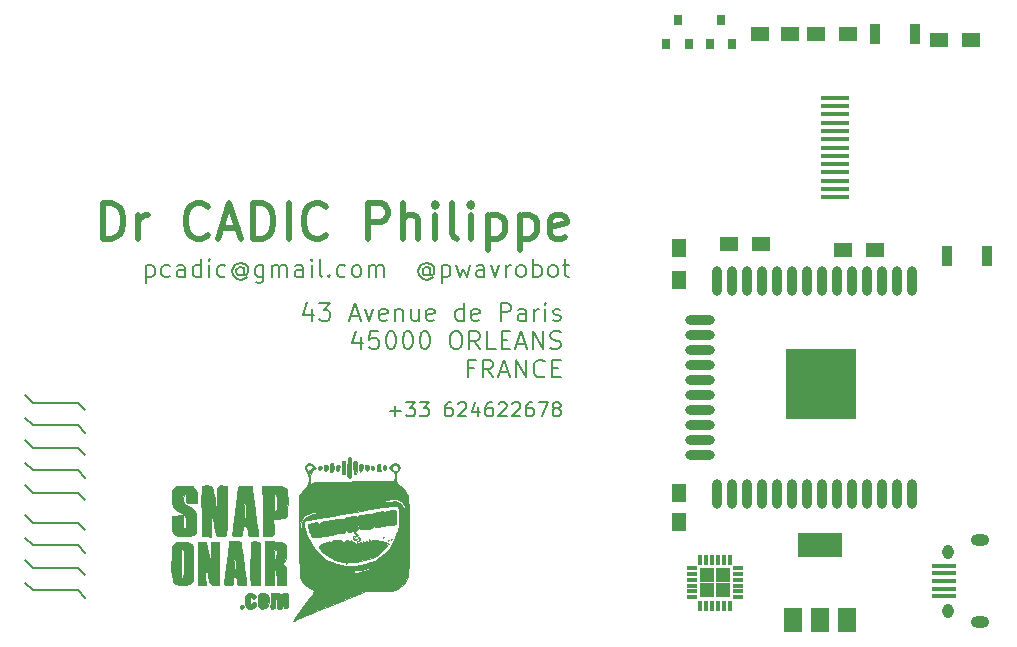
<source format=gbr>
G04 #@! TF.GenerationSoftware,KiCad,Pcbnew,(5.1.2)-1*
G04 #@! TF.CreationDate,2019-08-13T17:52:10+02:00*
G04 #@! TF.ProjectId,tinyRF24,74696e79-5246-4323-942e-6b696361645f,rev?*
G04 #@! TF.SameCoordinates,Original*
G04 #@! TF.FileFunction,Soldermask,Top*
G04 #@! TF.FilePolarity,Negative*
%FSLAX46Y46*%
G04 Gerber Fmt 4.6, Leading zero omitted, Abs format (unit mm)*
G04 Created by KiCad (PCBNEW (5.1.2)-1) date 2019-08-13 17:52:10*
%MOMM*%
%LPD*%
G04 APERTURE LIST*
%ADD10C,0.150000*%
%ADD11C,0.500000*%
%ADD12C,0.010000*%
%ADD13O,0.900000X2.500000*%
%ADD14O,2.500000X0.900000*%
%ADD15R,6.000000X6.000000*%
%ADD16R,2.400000X0.400000*%
%ADD17R,1.500000X2.000000*%
%ADD18R,3.800000X2.000000*%
%ADD19R,1.500000X1.300000*%
%ADD20R,1.500000X1.250000*%
%ADD21R,0.800000X0.900000*%
%ADD22R,0.900000X1.700000*%
%ADD23R,1.250000X1.500000*%
%ADD24R,1.300000X1.500000*%
%ADD25R,1.300000X1.300000*%
%ADD26R,0.300000X0.850000*%
%ADD27R,0.850000X0.300000*%
%ADD28R,2.000000X0.400000*%
%ADD29O,0.950000X1.250000*%
%ADD30O,1.550000X1.000000*%
G04 APERTURE END LIST*
D10*
X90805000Y-87630000D02*
X91440000Y-88265000D01*
X86995000Y-87630000D02*
X90805000Y-87630000D01*
X86360000Y-86995000D02*
X86995000Y-87630000D01*
X90805000Y-89535000D02*
X91440000Y-90170000D01*
X86995000Y-89535000D02*
X90805000Y-89535000D01*
X86360000Y-88900000D02*
X86995000Y-89535000D01*
X86995000Y-91440000D02*
X86360000Y-90805000D01*
X90805000Y-91440000D02*
X86995000Y-91440000D01*
X91440000Y-92075000D02*
X90805000Y-91440000D01*
X90805000Y-99695000D02*
X91440000Y-100330000D01*
X86995000Y-99695000D02*
X90805000Y-99695000D01*
X86360000Y-99060000D02*
X86995000Y-99695000D01*
X90805000Y-97790000D02*
X91440000Y-98425000D01*
X86995000Y-97790000D02*
X90805000Y-97790000D01*
X86360000Y-97155000D02*
X86995000Y-97790000D01*
X90805000Y-93980000D02*
X91440000Y-94615000D01*
X86995000Y-93980000D02*
X90805000Y-93980000D01*
X86360000Y-93345000D02*
X86995000Y-93980000D01*
X90805000Y-95885000D02*
X91440000Y-96520000D01*
X86995000Y-95885000D02*
X90805000Y-95885000D01*
X86360000Y-95250000D02*
X86995000Y-95885000D01*
X90805000Y-85725000D02*
X91440000Y-86360000D01*
X86995000Y-85725000D02*
X90805000Y-85725000D01*
X86360000Y-85090000D02*
X86995000Y-85725000D01*
X90805000Y-83820000D02*
X91440000Y-84455000D01*
X86995000Y-83820000D02*
X90805000Y-83820000D01*
X86360000Y-83185000D02*
X86995000Y-83820000D01*
X110625357Y-75891571D02*
X110625357Y-76891571D01*
X110268214Y-75320142D02*
X109911071Y-76391571D01*
X110839642Y-76391571D01*
X111268214Y-75391571D02*
X112196785Y-75391571D01*
X111696785Y-75963000D01*
X111911071Y-75963000D01*
X112053928Y-76034428D01*
X112125357Y-76105857D01*
X112196785Y-76248714D01*
X112196785Y-76605857D01*
X112125357Y-76748714D01*
X112053928Y-76820142D01*
X111911071Y-76891571D01*
X111482499Y-76891571D01*
X111339642Y-76820142D01*
X111268214Y-76748714D01*
X113911071Y-76463000D02*
X114625357Y-76463000D01*
X113768214Y-76891571D02*
X114268214Y-75391571D01*
X114768214Y-76891571D01*
X115125357Y-75891571D02*
X115482499Y-76891571D01*
X115839642Y-75891571D01*
X116982499Y-76820142D02*
X116839642Y-76891571D01*
X116553928Y-76891571D01*
X116411071Y-76820142D01*
X116339642Y-76677285D01*
X116339642Y-76105857D01*
X116411071Y-75963000D01*
X116553928Y-75891571D01*
X116839642Y-75891571D01*
X116982499Y-75963000D01*
X117053928Y-76105857D01*
X117053928Y-76248714D01*
X116339642Y-76391571D01*
X117696785Y-75891571D02*
X117696785Y-76891571D01*
X117696785Y-76034428D02*
X117768214Y-75963000D01*
X117911071Y-75891571D01*
X118125357Y-75891571D01*
X118268214Y-75963000D01*
X118339642Y-76105857D01*
X118339642Y-76891571D01*
X119696785Y-75891571D02*
X119696785Y-76891571D01*
X119053928Y-75891571D02*
X119053928Y-76677285D01*
X119125357Y-76820142D01*
X119268214Y-76891571D01*
X119482499Y-76891571D01*
X119625357Y-76820142D01*
X119696785Y-76748714D01*
X120982499Y-76820142D02*
X120839642Y-76891571D01*
X120553928Y-76891571D01*
X120411071Y-76820142D01*
X120339642Y-76677285D01*
X120339642Y-76105857D01*
X120411071Y-75963000D01*
X120553928Y-75891571D01*
X120839642Y-75891571D01*
X120982499Y-75963000D01*
X121053928Y-76105857D01*
X121053928Y-76248714D01*
X120339642Y-76391571D01*
X123482499Y-76891571D02*
X123482499Y-75391571D01*
X123482499Y-76820142D02*
X123339642Y-76891571D01*
X123053928Y-76891571D01*
X122911071Y-76820142D01*
X122839642Y-76748714D01*
X122768214Y-76605857D01*
X122768214Y-76177285D01*
X122839642Y-76034428D01*
X122911071Y-75963000D01*
X123053928Y-75891571D01*
X123339642Y-75891571D01*
X123482499Y-75963000D01*
X124768214Y-76820142D02*
X124625357Y-76891571D01*
X124339642Y-76891571D01*
X124196785Y-76820142D01*
X124125357Y-76677285D01*
X124125357Y-76105857D01*
X124196785Y-75963000D01*
X124339642Y-75891571D01*
X124625357Y-75891571D01*
X124768214Y-75963000D01*
X124839642Y-76105857D01*
X124839642Y-76248714D01*
X124125357Y-76391571D01*
X126625357Y-76891571D02*
X126625357Y-75391571D01*
X127196785Y-75391571D01*
X127339642Y-75463000D01*
X127411071Y-75534428D01*
X127482499Y-75677285D01*
X127482499Y-75891571D01*
X127411071Y-76034428D01*
X127339642Y-76105857D01*
X127196785Y-76177285D01*
X126625357Y-76177285D01*
X128768214Y-76891571D02*
X128768214Y-76105857D01*
X128696785Y-75963000D01*
X128553928Y-75891571D01*
X128268214Y-75891571D01*
X128125357Y-75963000D01*
X128768214Y-76820142D02*
X128625357Y-76891571D01*
X128268214Y-76891571D01*
X128125357Y-76820142D01*
X128053928Y-76677285D01*
X128053928Y-76534428D01*
X128125357Y-76391571D01*
X128268214Y-76320142D01*
X128625357Y-76320142D01*
X128768214Y-76248714D01*
X129482499Y-76891571D02*
X129482499Y-75891571D01*
X129482499Y-76177285D02*
X129553928Y-76034428D01*
X129625357Y-75963000D01*
X129768214Y-75891571D01*
X129911071Y-75891571D01*
X130411071Y-76891571D02*
X130411071Y-75891571D01*
X130411071Y-75391571D02*
X130339642Y-75463000D01*
X130411071Y-75534428D01*
X130482499Y-75463000D01*
X130411071Y-75391571D01*
X130411071Y-75534428D01*
X131053928Y-76820142D02*
X131196785Y-76891571D01*
X131482499Y-76891571D01*
X131625357Y-76820142D01*
X131696785Y-76677285D01*
X131696785Y-76605857D01*
X131625357Y-76463000D01*
X131482499Y-76391571D01*
X131268214Y-76391571D01*
X131125357Y-76320142D01*
X131053928Y-76177285D01*
X131053928Y-76105857D01*
X131125357Y-75963000D01*
X131268214Y-75891571D01*
X131482499Y-75891571D01*
X131625357Y-75963000D01*
X114768214Y-78291571D02*
X114768214Y-79291571D01*
X114411071Y-77720142D02*
X114053928Y-78791571D01*
X114982500Y-78791571D01*
X116268214Y-77791571D02*
X115553928Y-77791571D01*
X115482500Y-78505857D01*
X115553928Y-78434428D01*
X115696785Y-78363000D01*
X116053928Y-78363000D01*
X116196785Y-78434428D01*
X116268214Y-78505857D01*
X116339642Y-78648714D01*
X116339642Y-79005857D01*
X116268214Y-79148714D01*
X116196785Y-79220142D01*
X116053928Y-79291571D01*
X115696785Y-79291571D01*
X115553928Y-79220142D01*
X115482500Y-79148714D01*
X117268214Y-77791571D02*
X117411071Y-77791571D01*
X117553928Y-77863000D01*
X117625357Y-77934428D01*
X117696785Y-78077285D01*
X117768214Y-78363000D01*
X117768214Y-78720142D01*
X117696785Y-79005857D01*
X117625357Y-79148714D01*
X117553928Y-79220142D01*
X117411071Y-79291571D01*
X117268214Y-79291571D01*
X117125357Y-79220142D01*
X117053928Y-79148714D01*
X116982500Y-79005857D01*
X116911071Y-78720142D01*
X116911071Y-78363000D01*
X116982500Y-78077285D01*
X117053928Y-77934428D01*
X117125357Y-77863000D01*
X117268214Y-77791571D01*
X118696785Y-77791571D02*
X118839642Y-77791571D01*
X118982500Y-77863000D01*
X119053928Y-77934428D01*
X119125357Y-78077285D01*
X119196785Y-78363000D01*
X119196785Y-78720142D01*
X119125357Y-79005857D01*
X119053928Y-79148714D01*
X118982500Y-79220142D01*
X118839642Y-79291571D01*
X118696785Y-79291571D01*
X118553928Y-79220142D01*
X118482500Y-79148714D01*
X118411071Y-79005857D01*
X118339642Y-78720142D01*
X118339642Y-78363000D01*
X118411071Y-78077285D01*
X118482500Y-77934428D01*
X118553928Y-77863000D01*
X118696785Y-77791571D01*
X120125357Y-77791571D02*
X120268214Y-77791571D01*
X120411071Y-77863000D01*
X120482500Y-77934428D01*
X120553928Y-78077285D01*
X120625357Y-78363000D01*
X120625357Y-78720142D01*
X120553928Y-79005857D01*
X120482500Y-79148714D01*
X120411071Y-79220142D01*
X120268214Y-79291571D01*
X120125357Y-79291571D01*
X119982500Y-79220142D01*
X119911071Y-79148714D01*
X119839642Y-79005857D01*
X119768214Y-78720142D01*
X119768214Y-78363000D01*
X119839642Y-78077285D01*
X119911071Y-77934428D01*
X119982500Y-77863000D01*
X120125357Y-77791571D01*
X122696785Y-77791571D02*
X122982500Y-77791571D01*
X123125357Y-77863000D01*
X123268214Y-78005857D01*
X123339642Y-78291571D01*
X123339642Y-78791571D01*
X123268214Y-79077285D01*
X123125357Y-79220142D01*
X122982500Y-79291571D01*
X122696785Y-79291571D01*
X122553928Y-79220142D01*
X122411071Y-79077285D01*
X122339642Y-78791571D01*
X122339642Y-78291571D01*
X122411071Y-78005857D01*
X122553928Y-77863000D01*
X122696785Y-77791571D01*
X124839642Y-79291571D02*
X124339642Y-78577285D01*
X123982500Y-79291571D02*
X123982500Y-77791571D01*
X124553928Y-77791571D01*
X124696785Y-77863000D01*
X124768214Y-77934428D01*
X124839642Y-78077285D01*
X124839642Y-78291571D01*
X124768214Y-78434428D01*
X124696785Y-78505857D01*
X124553928Y-78577285D01*
X123982500Y-78577285D01*
X126196785Y-79291571D02*
X125482500Y-79291571D01*
X125482500Y-77791571D01*
X126696785Y-78505857D02*
X127196785Y-78505857D01*
X127411071Y-79291571D02*
X126696785Y-79291571D01*
X126696785Y-77791571D01*
X127411071Y-77791571D01*
X127982500Y-78863000D02*
X128696785Y-78863000D01*
X127839642Y-79291571D02*
X128339642Y-77791571D01*
X128839642Y-79291571D01*
X129339642Y-79291571D02*
X129339642Y-77791571D01*
X130196785Y-79291571D01*
X130196785Y-77791571D01*
X130839642Y-79220142D02*
X131053928Y-79291571D01*
X131411071Y-79291571D01*
X131553928Y-79220142D01*
X131625357Y-79148714D01*
X131696785Y-79005857D01*
X131696785Y-78863000D01*
X131625357Y-78720142D01*
X131553928Y-78648714D01*
X131411071Y-78577285D01*
X131125357Y-78505857D01*
X130982500Y-78434428D01*
X130911071Y-78363000D01*
X130839642Y-78220142D01*
X130839642Y-78077285D01*
X130911071Y-77934428D01*
X130982500Y-77863000D01*
X131125357Y-77791571D01*
X131482500Y-77791571D01*
X131696785Y-77863000D01*
X124339642Y-80905857D02*
X123839642Y-80905857D01*
X123839642Y-81691571D02*
X123839642Y-80191571D01*
X124553928Y-80191571D01*
X125982500Y-81691571D02*
X125482500Y-80977285D01*
X125125357Y-81691571D02*
X125125357Y-80191571D01*
X125696785Y-80191571D01*
X125839642Y-80263000D01*
X125911071Y-80334428D01*
X125982500Y-80477285D01*
X125982500Y-80691571D01*
X125911071Y-80834428D01*
X125839642Y-80905857D01*
X125696785Y-80977285D01*
X125125357Y-80977285D01*
X126553928Y-81263000D02*
X127268214Y-81263000D01*
X126411071Y-81691571D02*
X126911071Y-80191571D01*
X127411071Y-81691571D01*
X127911071Y-81691571D02*
X127911071Y-80191571D01*
X128768214Y-81691571D01*
X128768214Y-80191571D01*
X130339642Y-81548714D02*
X130268214Y-81620142D01*
X130053928Y-81691571D01*
X129911071Y-81691571D01*
X129696785Y-81620142D01*
X129553928Y-81477285D01*
X129482500Y-81334428D01*
X129411071Y-81048714D01*
X129411071Y-80834428D01*
X129482500Y-80548714D01*
X129553928Y-80405857D01*
X129696785Y-80263000D01*
X129911071Y-80191571D01*
X130053928Y-80191571D01*
X130268214Y-80263000D01*
X130339642Y-80334428D01*
X130982500Y-80905857D02*
X131482500Y-80905857D01*
X131696785Y-81691571D02*
X130982500Y-81691571D01*
X130982500Y-80191571D01*
X131696785Y-80191571D01*
X96608571Y-72195571D02*
X96608571Y-73695571D01*
X96608571Y-72267000D02*
X96751428Y-72195571D01*
X97037142Y-72195571D01*
X97180000Y-72267000D01*
X97251428Y-72338428D01*
X97322857Y-72481285D01*
X97322857Y-72909857D01*
X97251428Y-73052714D01*
X97180000Y-73124142D01*
X97037142Y-73195571D01*
X96751428Y-73195571D01*
X96608571Y-73124142D01*
X98608571Y-73124142D02*
X98465714Y-73195571D01*
X98180000Y-73195571D01*
X98037142Y-73124142D01*
X97965714Y-73052714D01*
X97894285Y-72909857D01*
X97894285Y-72481285D01*
X97965714Y-72338428D01*
X98037142Y-72267000D01*
X98180000Y-72195571D01*
X98465714Y-72195571D01*
X98608571Y-72267000D01*
X99894285Y-73195571D02*
X99894285Y-72409857D01*
X99822857Y-72267000D01*
X99680000Y-72195571D01*
X99394285Y-72195571D01*
X99251428Y-72267000D01*
X99894285Y-73124142D02*
X99751428Y-73195571D01*
X99394285Y-73195571D01*
X99251428Y-73124142D01*
X99180000Y-72981285D01*
X99180000Y-72838428D01*
X99251428Y-72695571D01*
X99394285Y-72624142D01*
X99751428Y-72624142D01*
X99894285Y-72552714D01*
X101251428Y-73195571D02*
X101251428Y-71695571D01*
X101251428Y-73124142D02*
X101108571Y-73195571D01*
X100822857Y-73195571D01*
X100680000Y-73124142D01*
X100608571Y-73052714D01*
X100537142Y-72909857D01*
X100537142Y-72481285D01*
X100608571Y-72338428D01*
X100680000Y-72267000D01*
X100822857Y-72195571D01*
X101108571Y-72195571D01*
X101251428Y-72267000D01*
X101965714Y-73195571D02*
X101965714Y-72195571D01*
X101965714Y-71695571D02*
X101894285Y-71767000D01*
X101965714Y-71838428D01*
X102037142Y-71767000D01*
X101965714Y-71695571D01*
X101965714Y-71838428D01*
X103322857Y-73124142D02*
X103180000Y-73195571D01*
X102894285Y-73195571D01*
X102751428Y-73124142D01*
X102680000Y-73052714D01*
X102608571Y-72909857D01*
X102608571Y-72481285D01*
X102680000Y-72338428D01*
X102751428Y-72267000D01*
X102894285Y-72195571D01*
X103180000Y-72195571D01*
X103322857Y-72267000D01*
X104894285Y-72481285D02*
X104822857Y-72409857D01*
X104680000Y-72338428D01*
X104537142Y-72338428D01*
X104394285Y-72409857D01*
X104322857Y-72481285D01*
X104251428Y-72624142D01*
X104251428Y-72767000D01*
X104322857Y-72909857D01*
X104394285Y-72981285D01*
X104537142Y-73052714D01*
X104680000Y-73052714D01*
X104822857Y-72981285D01*
X104894285Y-72909857D01*
X104894285Y-72338428D02*
X104894285Y-72909857D01*
X104965714Y-72981285D01*
X105037142Y-72981285D01*
X105180000Y-72909857D01*
X105251428Y-72767000D01*
X105251428Y-72409857D01*
X105108571Y-72195571D01*
X104894285Y-72052714D01*
X104608571Y-71981285D01*
X104322857Y-72052714D01*
X104108571Y-72195571D01*
X103965714Y-72409857D01*
X103894285Y-72695571D01*
X103965714Y-72981285D01*
X104108571Y-73195571D01*
X104322857Y-73338428D01*
X104608571Y-73409857D01*
X104894285Y-73338428D01*
X105108571Y-73195571D01*
X106537142Y-72195571D02*
X106537142Y-73409857D01*
X106465714Y-73552714D01*
X106394285Y-73624142D01*
X106251428Y-73695571D01*
X106037142Y-73695571D01*
X105894285Y-73624142D01*
X106537142Y-73124142D02*
X106394285Y-73195571D01*
X106108571Y-73195571D01*
X105965714Y-73124142D01*
X105894285Y-73052714D01*
X105822857Y-72909857D01*
X105822857Y-72481285D01*
X105894285Y-72338428D01*
X105965714Y-72267000D01*
X106108571Y-72195571D01*
X106394285Y-72195571D01*
X106537142Y-72267000D01*
X107251428Y-73195571D02*
X107251428Y-72195571D01*
X107251428Y-72338428D02*
X107322857Y-72267000D01*
X107465714Y-72195571D01*
X107680000Y-72195571D01*
X107822857Y-72267000D01*
X107894285Y-72409857D01*
X107894285Y-73195571D01*
X107894285Y-72409857D02*
X107965714Y-72267000D01*
X108108571Y-72195571D01*
X108322857Y-72195571D01*
X108465714Y-72267000D01*
X108537142Y-72409857D01*
X108537142Y-73195571D01*
X109894285Y-73195571D02*
X109894285Y-72409857D01*
X109822857Y-72267000D01*
X109680000Y-72195571D01*
X109394285Y-72195571D01*
X109251428Y-72267000D01*
X109894285Y-73124142D02*
X109751428Y-73195571D01*
X109394285Y-73195571D01*
X109251428Y-73124142D01*
X109180000Y-72981285D01*
X109180000Y-72838428D01*
X109251428Y-72695571D01*
X109394285Y-72624142D01*
X109751428Y-72624142D01*
X109894285Y-72552714D01*
X110608571Y-73195571D02*
X110608571Y-72195571D01*
X110608571Y-71695571D02*
X110537142Y-71767000D01*
X110608571Y-71838428D01*
X110680000Y-71767000D01*
X110608571Y-71695571D01*
X110608571Y-71838428D01*
X111537142Y-73195571D02*
X111394285Y-73124142D01*
X111322857Y-72981285D01*
X111322857Y-71695571D01*
X112108571Y-73052714D02*
X112180000Y-73124142D01*
X112108571Y-73195571D01*
X112037142Y-73124142D01*
X112108571Y-73052714D01*
X112108571Y-73195571D01*
X113465714Y-73124142D02*
X113322857Y-73195571D01*
X113037142Y-73195571D01*
X112894285Y-73124142D01*
X112822857Y-73052714D01*
X112751428Y-72909857D01*
X112751428Y-72481285D01*
X112822857Y-72338428D01*
X112894285Y-72267000D01*
X113037142Y-72195571D01*
X113322857Y-72195571D01*
X113465714Y-72267000D01*
X114322857Y-73195571D02*
X114180000Y-73124142D01*
X114108571Y-73052714D01*
X114037142Y-72909857D01*
X114037142Y-72481285D01*
X114108571Y-72338428D01*
X114180000Y-72267000D01*
X114322857Y-72195571D01*
X114537142Y-72195571D01*
X114680000Y-72267000D01*
X114751428Y-72338428D01*
X114822857Y-72481285D01*
X114822857Y-72909857D01*
X114751428Y-73052714D01*
X114680000Y-73124142D01*
X114537142Y-73195571D01*
X114322857Y-73195571D01*
X115465714Y-73195571D02*
X115465714Y-72195571D01*
X115465714Y-72338428D02*
X115537142Y-72267000D01*
X115680000Y-72195571D01*
X115894285Y-72195571D01*
X116037142Y-72267000D01*
X116108571Y-72409857D01*
X116108571Y-73195571D01*
X116108571Y-72409857D02*
X116180000Y-72267000D01*
X116322857Y-72195571D01*
X116537142Y-72195571D01*
X116680000Y-72267000D01*
X116751428Y-72409857D01*
X116751428Y-73195571D01*
X117260000Y-84540714D02*
X118174285Y-84540714D01*
X117717142Y-84997857D02*
X117717142Y-84083571D01*
X118631428Y-83797857D02*
X119374285Y-83797857D01*
X118974285Y-84255000D01*
X119145714Y-84255000D01*
X119260000Y-84312142D01*
X119317142Y-84369285D01*
X119374285Y-84483571D01*
X119374285Y-84769285D01*
X119317142Y-84883571D01*
X119260000Y-84940714D01*
X119145714Y-84997857D01*
X118802857Y-84997857D01*
X118688571Y-84940714D01*
X118631428Y-84883571D01*
X119774285Y-83797857D02*
X120517142Y-83797857D01*
X120117142Y-84255000D01*
X120288571Y-84255000D01*
X120402857Y-84312142D01*
X120460000Y-84369285D01*
X120517142Y-84483571D01*
X120517142Y-84769285D01*
X120460000Y-84883571D01*
X120402857Y-84940714D01*
X120288571Y-84997857D01*
X119945714Y-84997857D01*
X119831428Y-84940714D01*
X119774285Y-84883571D01*
X122460000Y-83797857D02*
X122231428Y-83797857D01*
X122117142Y-83855000D01*
X122060000Y-83912142D01*
X121945714Y-84083571D01*
X121888571Y-84312142D01*
X121888571Y-84769285D01*
X121945714Y-84883571D01*
X122002857Y-84940714D01*
X122117142Y-84997857D01*
X122345714Y-84997857D01*
X122460000Y-84940714D01*
X122517142Y-84883571D01*
X122574285Y-84769285D01*
X122574285Y-84483571D01*
X122517142Y-84369285D01*
X122460000Y-84312142D01*
X122345714Y-84255000D01*
X122117142Y-84255000D01*
X122002857Y-84312142D01*
X121945714Y-84369285D01*
X121888571Y-84483571D01*
X123031428Y-83912142D02*
X123088571Y-83855000D01*
X123202857Y-83797857D01*
X123488571Y-83797857D01*
X123602857Y-83855000D01*
X123660000Y-83912142D01*
X123717142Y-84026428D01*
X123717142Y-84140714D01*
X123660000Y-84312142D01*
X122974285Y-84997857D01*
X123717142Y-84997857D01*
X124745714Y-84197857D02*
X124745714Y-84997857D01*
X124460000Y-83740714D02*
X124174285Y-84597857D01*
X124917142Y-84597857D01*
X125888571Y-83797857D02*
X125660000Y-83797857D01*
X125545714Y-83855000D01*
X125488571Y-83912142D01*
X125374285Y-84083571D01*
X125317142Y-84312142D01*
X125317142Y-84769285D01*
X125374285Y-84883571D01*
X125431428Y-84940714D01*
X125545714Y-84997857D01*
X125774285Y-84997857D01*
X125888571Y-84940714D01*
X125945714Y-84883571D01*
X126002857Y-84769285D01*
X126002857Y-84483571D01*
X125945714Y-84369285D01*
X125888571Y-84312142D01*
X125774285Y-84255000D01*
X125545714Y-84255000D01*
X125431428Y-84312142D01*
X125374285Y-84369285D01*
X125317142Y-84483571D01*
X126460000Y-83912142D02*
X126517142Y-83855000D01*
X126631428Y-83797857D01*
X126917142Y-83797857D01*
X127031428Y-83855000D01*
X127088571Y-83912142D01*
X127145714Y-84026428D01*
X127145714Y-84140714D01*
X127088571Y-84312142D01*
X126402857Y-84997857D01*
X127145714Y-84997857D01*
X127602857Y-83912142D02*
X127660000Y-83855000D01*
X127774285Y-83797857D01*
X128060000Y-83797857D01*
X128174285Y-83855000D01*
X128231428Y-83912142D01*
X128288571Y-84026428D01*
X128288571Y-84140714D01*
X128231428Y-84312142D01*
X127545714Y-84997857D01*
X128288571Y-84997857D01*
X129317142Y-83797857D02*
X129088571Y-83797857D01*
X128974285Y-83855000D01*
X128917142Y-83912142D01*
X128802857Y-84083571D01*
X128745714Y-84312142D01*
X128745714Y-84769285D01*
X128802857Y-84883571D01*
X128860000Y-84940714D01*
X128974285Y-84997857D01*
X129202857Y-84997857D01*
X129317142Y-84940714D01*
X129374285Y-84883571D01*
X129431428Y-84769285D01*
X129431428Y-84483571D01*
X129374285Y-84369285D01*
X129317142Y-84312142D01*
X129202857Y-84255000D01*
X128974285Y-84255000D01*
X128860000Y-84312142D01*
X128802857Y-84369285D01*
X128745714Y-84483571D01*
X129831428Y-83797857D02*
X130631428Y-83797857D01*
X130117142Y-84997857D01*
X131260000Y-84312142D02*
X131145714Y-84255000D01*
X131088571Y-84197857D01*
X131031428Y-84083571D01*
X131031428Y-84026428D01*
X131088571Y-83912142D01*
X131145714Y-83855000D01*
X131260000Y-83797857D01*
X131488571Y-83797857D01*
X131602857Y-83855000D01*
X131660000Y-83912142D01*
X131717142Y-84026428D01*
X131717142Y-84083571D01*
X131660000Y-84197857D01*
X131602857Y-84255000D01*
X131488571Y-84312142D01*
X131260000Y-84312142D01*
X131145714Y-84369285D01*
X131088571Y-84426428D01*
X131031428Y-84540714D01*
X131031428Y-84769285D01*
X131088571Y-84883571D01*
X131145714Y-84940714D01*
X131260000Y-84997857D01*
X131488571Y-84997857D01*
X131602857Y-84940714D01*
X131660000Y-84883571D01*
X131717142Y-84769285D01*
X131717142Y-84540714D01*
X131660000Y-84426428D01*
X131602857Y-84369285D01*
X131488571Y-84312142D01*
X120662571Y-72481285D02*
X120591142Y-72409857D01*
X120448285Y-72338428D01*
X120305428Y-72338428D01*
X120162571Y-72409857D01*
X120091142Y-72481285D01*
X120019714Y-72624142D01*
X120019714Y-72767000D01*
X120091142Y-72909857D01*
X120162571Y-72981285D01*
X120305428Y-73052714D01*
X120448285Y-73052714D01*
X120591142Y-72981285D01*
X120662571Y-72909857D01*
X120662571Y-72338428D02*
X120662571Y-72909857D01*
X120734000Y-72981285D01*
X120805428Y-72981285D01*
X120948285Y-72909857D01*
X121019714Y-72767000D01*
X121019714Y-72409857D01*
X120876857Y-72195571D01*
X120662571Y-72052714D01*
X120376857Y-71981285D01*
X120091142Y-72052714D01*
X119876857Y-72195571D01*
X119734000Y-72409857D01*
X119662571Y-72695571D01*
X119734000Y-72981285D01*
X119876857Y-73195571D01*
X120091142Y-73338428D01*
X120376857Y-73409857D01*
X120662571Y-73338428D01*
X120876857Y-73195571D01*
X121662571Y-72195571D02*
X121662571Y-73695571D01*
X121662571Y-72267000D02*
X121805428Y-72195571D01*
X122091142Y-72195571D01*
X122234000Y-72267000D01*
X122305428Y-72338428D01*
X122376857Y-72481285D01*
X122376857Y-72909857D01*
X122305428Y-73052714D01*
X122234000Y-73124142D01*
X122091142Y-73195571D01*
X121805428Y-73195571D01*
X121662571Y-73124142D01*
X122876857Y-72195571D02*
X123162571Y-73195571D01*
X123448285Y-72481285D01*
X123734000Y-73195571D01*
X124019714Y-72195571D01*
X125234000Y-73195571D02*
X125234000Y-72409857D01*
X125162571Y-72267000D01*
X125019714Y-72195571D01*
X124734000Y-72195571D01*
X124591142Y-72267000D01*
X125234000Y-73124142D02*
X125091142Y-73195571D01*
X124734000Y-73195571D01*
X124591142Y-73124142D01*
X124519714Y-72981285D01*
X124519714Y-72838428D01*
X124591142Y-72695571D01*
X124734000Y-72624142D01*
X125091142Y-72624142D01*
X125234000Y-72552714D01*
X125805428Y-72195571D02*
X126162571Y-73195571D01*
X126519714Y-72195571D01*
X127091142Y-73195571D02*
X127091142Y-72195571D01*
X127091142Y-72481285D02*
X127162571Y-72338428D01*
X127234000Y-72267000D01*
X127376857Y-72195571D01*
X127519714Y-72195571D01*
X128234000Y-73195571D02*
X128091142Y-73124142D01*
X128019714Y-73052714D01*
X127948285Y-72909857D01*
X127948285Y-72481285D01*
X128019714Y-72338428D01*
X128091142Y-72267000D01*
X128234000Y-72195571D01*
X128448285Y-72195571D01*
X128591142Y-72267000D01*
X128662571Y-72338428D01*
X128734000Y-72481285D01*
X128734000Y-72909857D01*
X128662571Y-73052714D01*
X128591142Y-73124142D01*
X128448285Y-73195571D01*
X128234000Y-73195571D01*
X129376857Y-73195571D02*
X129376857Y-71695571D01*
X129376857Y-72267000D02*
X129519714Y-72195571D01*
X129805428Y-72195571D01*
X129948285Y-72267000D01*
X130019714Y-72338428D01*
X130091142Y-72481285D01*
X130091142Y-72909857D01*
X130019714Y-73052714D01*
X129948285Y-73124142D01*
X129805428Y-73195571D01*
X129519714Y-73195571D01*
X129376857Y-73124142D01*
X130948285Y-73195571D02*
X130805428Y-73124142D01*
X130734000Y-73052714D01*
X130662571Y-72909857D01*
X130662571Y-72481285D01*
X130734000Y-72338428D01*
X130805428Y-72267000D01*
X130948285Y-72195571D01*
X131162571Y-72195571D01*
X131305428Y-72267000D01*
X131376857Y-72338428D01*
X131448285Y-72481285D01*
X131448285Y-72909857D01*
X131376857Y-73052714D01*
X131305428Y-73124142D01*
X131162571Y-73195571D01*
X130948285Y-73195571D01*
X131876857Y-72195571D02*
X132448285Y-72195571D01*
X132091142Y-71695571D02*
X132091142Y-72981285D01*
X132162571Y-73124142D01*
X132305428Y-73195571D01*
X132448285Y-73195571D01*
D11*
X92950571Y-69937142D02*
X92950571Y-66937142D01*
X93664857Y-66937142D01*
X94093428Y-67080000D01*
X94379142Y-67365714D01*
X94522000Y-67651428D01*
X94664857Y-68222857D01*
X94664857Y-68651428D01*
X94522000Y-69222857D01*
X94379142Y-69508571D01*
X94093428Y-69794285D01*
X93664857Y-69937142D01*
X92950571Y-69937142D01*
X95950571Y-69937142D02*
X95950571Y-67937142D01*
X95950571Y-68508571D02*
X96093428Y-68222857D01*
X96236285Y-68080000D01*
X96522000Y-67937142D01*
X96807714Y-67937142D01*
X101807714Y-69651428D02*
X101664857Y-69794285D01*
X101236285Y-69937142D01*
X100950571Y-69937142D01*
X100522000Y-69794285D01*
X100236285Y-69508571D01*
X100093428Y-69222857D01*
X99950571Y-68651428D01*
X99950571Y-68222857D01*
X100093428Y-67651428D01*
X100236285Y-67365714D01*
X100522000Y-67080000D01*
X100950571Y-66937142D01*
X101236285Y-66937142D01*
X101664857Y-67080000D01*
X101807714Y-67222857D01*
X102950571Y-69080000D02*
X104379142Y-69080000D01*
X102664857Y-69937142D02*
X103664857Y-66937142D01*
X104664857Y-69937142D01*
X105664857Y-69937142D02*
X105664857Y-66937142D01*
X106379142Y-66937142D01*
X106807714Y-67080000D01*
X107093428Y-67365714D01*
X107236285Y-67651428D01*
X107379142Y-68222857D01*
X107379142Y-68651428D01*
X107236285Y-69222857D01*
X107093428Y-69508571D01*
X106807714Y-69794285D01*
X106379142Y-69937142D01*
X105664857Y-69937142D01*
X108664857Y-69937142D02*
X108664857Y-66937142D01*
X111807714Y-69651428D02*
X111664857Y-69794285D01*
X111236285Y-69937142D01*
X110950571Y-69937142D01*
X110522000Y-69794285D01*
X110236285Y-69508571D01*
X110093428Y-69222857D01*
X109950571Y-68651428D01*
X109950571Y-68222857D01*
X110093428Y-67651428D01*
X110236285Y-67365714D01*
X110522000Y-67080000D01*
X110950571Y-66937142D01*
X111236285Y-66937142D01*
X111664857Y-67080000D01*
X111807714Y-67222857D01*
X115379142Y-69937142D02*
X115379142Y-66937142D01*
X116522000Y-66937142D01*
X116807714Y-67080000D01*
X116950571Y-67222857D01*
X117093428Y-67508571D01*
X117093428Y-67937142D01*
X116950571Y-68222857D01*
X116807714Y-68365714D01*
X116522000Y-68508571D01*
X115379142Y-68508571D01*
X118379142Y-69937142D02*
X118379142Y-66937142D01*
X119664857Y-69937142D02*
X119664857Y-68365714D01*
X119522000Y-68080000D01*
X119236285Y-67937142D01*
X118807714Y-67937142D01*
X118522000Y-68080000D01*
X118379142Y-68222857D01*
X121093428Y-69937142D02*
X121093428Y-67937142D01*
X121093428Y-66937142D02*
X120950571Y-67080000D01*
X121093428Y-67222857D01*
X121236285Y-67080000D01*
X121093428Y-66937142D01*
X121093428Y-67222857D01*
X122950571Y-69937142D02*
X122664857Y-69794285D01*
X122522000Y-69508571D01*
X122522000Y-66937142D01*
X124093428Y-69937142D02*
X124093428Y-67937142D01*
X124093428Y-66937142D02*
X123950571Y-67080000D01*
X124093428Y-67222857D01*
X124236285Y-67080000D01*
X124093428Y-66937142D01*
X124093428Y-67222857D01*
X125522000Y-67937142D02*
X125522000Y-70937142D01*
X125522000Y-68080000D02*
X125807714Y-67937142D01*
X126379142Y-67937142D01*
X126664857Y-68080000D01*
X126807714Y-68222857D01*
X126950571Y-68508571D01*
X126950571Y-69365714D01*
X126807714Y-69651428D01*
X126664857Y-69794285D01*
X126379142Y-69937142D01*
X125807714Y-69937142D01*
X125522000Y-69794285D01*
X128236285Y-67937142D02*
X128236285Y-70937142D01*
X128236285Y-68080000D02*
X128522000Y-67937142D01*
X129093428Y-67937142D01*
X129379142Y-68080000D01*
X129522000Y-68222857D01*
X129664857Y-68508571D01*
X129664857Y-69365714D01*
X129522000Y-69651428D01*
X129379142Y-69794285D01*
X129093428Y-69937142D01*
X128522000Y-69937142D01*
X128236285Y-69794285D01*
X132093428Y-69794285D02*
X131807714Y-69937142D01*
X131236285Y-69937142D01*
X130950571Y-69794285D01*
X130807714Y-69508571D01*
X130807714Y-68365714D01*
X130950571Y-68080000D01*
X131236285Y-67937142D01*
X131807714Y-67937142D01*
X132093428Y-68080000D01*
X132236285Y-68365714D01*
X132236285Y-68651428D01*
X130807714Y-68937142D01*
D12*
G36*
X114342333Y-94882122D02*
G01*
X114478002Y-95005743D01*
X114532833Y-95072622D01*
X114494077Y-95093952D01*
X114372993Y-94980165D01*
X114313122Y-94911333D01*
X114151833Y-94720833D01*
X114342333Y-94882122D01*
X114342333Y-94882122D01*
G37*
X114342333Y-94882122D02*
X114478002Y-95005743D01*
X114532833Y-95072622D01*
X114494077Y-95093952D01*
X114372993Y-94980165D01*
X114313122Y-94911333D01*
X114151833Y-94720833D01*
X114342333Y-94882122D01*
G36*
X114363500Y-95144167D02*
G01*
X114321166Y-95186500D01*
X114278833Y-95144167D01*
X114321166Y-95101833D01*
X114363500Y-95144167D01*
X114363500Y-95144167D01*
G37*
X114363500Y-95144167D02*
X114321166Y-95186500D01*
X114278833Y-95144167D01*
X114321166Y-95101833D01*
X114363500Y-95144167D01*
G36*
X114194166Y-95144167D02*
G01*
X114151833Y-95186500D01*
X114109500Y-95144167D01*
X114151833Y-95101833D01*
X114194166Y-95144167D01*
X114194166Y-95144167D01*
G37*
X114194166Y-95144167D02*
X114151833Y-95186500D01*
X114109500Y-95144167D01*
X114151833Y-95101833D01*
X114194166Y-95144167D01*
G36*
X116734166Y-95228833D02*
G01*
X116691833Y-95271167D01*
X116649500Y-95228833D01*
X116691833Y-95186500D01*
X116734166Y-95228833D01*
X116734166Y-95228833D01*
G37*
X116734166Y-95228833D02*
X116691833Y-95271167D01*
X116649500Y-95228833D01*
X116691833Y-95186500D01*
X116734166Y-95228833D01*
G36*
X117695028Y-92935545D02*
G01*
X117737387Y-93087175D01*
X117745755Y-93366782D01*
X117742705Y-93518398D01*
X117726351Y-94136296D01*
X117463092Y-94159828D01*
X117174502Y-94190835D01*
X116945833Y-94220950D01*
X116710085Y-94254051D01*
X116543666Y-94274996D01*
X116417734Y-94312384D01*
X116395500Y-94340743D01*
X116325921Y-94379918D01*
X116167002Y-94381420D01*
X115993466Y-94349492D01*
X115908666Y-94313106D01*
X115816018Y-94298278D01*
X115802833Y-94334836D01*
X115733992Y-94413499D01*
X115670836Y-94424500D01*
X115576299Y-94455964D01*
X115577810Y-94488000D01*
X115530392Y-94525128D01*
X115367512Y-94545555D01*
X115142181Y-94549635D01*
X114907408Y-94537724D01*
X114716205Y-94510174D01*
X114636568Y-94481707D01*
X114553756Y-94465943D01*
X114551902Y-94521353D01*
X114487284Y-94606635D01*
X114259876Y-94682635D01*
X114118547Y-94710906D01*
X113846332Y-94750817D01*
X113685631Y-94744241D01*
X113583174Y-94683687D01*
X113535656Y-94628926D01*
X113449363Y-94528113D01*
X113443479Y-94562572D01*
X113459956Y-94613708D01*
X113443232Y-94767880D01*
X113274819Y-94865580D01*
X112964207Y-94902256D01*
X112860595Y-94901212D01*
X112635206Y-94906241D01*
X112496990Y-94932001D01*
X112479595Y-94945879D01*
X112383990Y-94994861D01*
X112150163Y-95051282D01*
X111808652Y-95108623D01*
X111569500Y-95140187D01*
X111334487Y-95173370D01*
X111064206Y-95217689D01*
X111061500Y-95218168D01*
X110838478Y-95236933D01*
X110685011Y-95213389D01*
X110674670Y-95207418D01*
X110582198Y-95082526D01*
X110530593Y-94974833D01*
X111400166Y-94974833D01*
X111442500Y-95017167D01*
X111484833Y-94974833D01*
X111442500Y-94932500D01*
X111400166Y-94974833D01*
X110530593Y-94974833D01*
X110474045Y-94856827D01*
X110416197Y-94702769D01*
X111329147Y-94702769D01*
X111349748Y-94750085D01*
X111434998Y-94840978D01*
X111484009Y-94822333D01*
X111484833Y-94810497D01*
X111424696Y-94738884D01*
X111387084Y-94712748D01*
X111329147Y-94702769D01*
X110416197Y-94702769D01*
X110384405Y-94618102D01*
X112429814Y-94618102D01*
X112450415Y-94665418D01*
X112535665Y-94756312D01*
X112584675Y-94737666D01*
X112585500Y-94725830D01*
X112525363Y-94654217D01*
X112487751Y-94628082D01*
X112429814Y-94618102D01*
X110384405Y-94618102D01*
X110375303Y-94593865D01*
X110363805Y-94551500D01*
X111315500Y-94551500D01*
X111357833Y-94593833D01*
X111400166Y-94551500D01*
X111357833Y-94509167D01*
X111315500Y-94551500D01*
X110363805Y-94551500D01*
X110340825Y-94466833D01*
X112416166Y-94466833D01*
X112458500Y-94509167D01*
X112500833Y-94466833D01*
X112458500Y-94424500D01*
X112416166Y-94466833D01*
X110340825Y-94466833D01*
X110317844Y-94382167D01*
X111315500Y-94382167D01*
X111357833Y-94424500D01*
X111400166Y-94382167D01*
X111357833Y-94339833D01*
X111315500Y-94382167D01*
X110317844Y-94382167D01*
X110311063Y-94357184D01*
X110299500Y-94257290D01*
X110346622Y-94135047D01*
X110512121Y-94061379D01*
X110617000Y-94040403D01*
X110846208Y-93999551D01*
X111003577Y-93967029D01*
X111019166Y-93962948D01*
X111142402Y-93993785D01*
X111255643Y-94070967D01*
X111363987Y-94157322D01*
X111376559Y-94127245D01*
X111364907Y-94094418D01*
X112355484Y-94094418D01*
X112373249Y-94179255D01*
X112379276Y-94195318D01*
X112446349Y-94298996D01*
X112484481Y-94299740D01*
X112483496Y-94290444D01*
X113438850Y-94290444D01*
X113454417Y-94400258D01*
X113483319Y-94401569D01*
X113503530Y-94288252D01*
X113490003Y-94239292D01*
X113486044Y-94235914D01*
X114482998Y-94235914D01*
X114494115Y-94261017D01*
X114563614Y-94334956D01*
X114588774Y-94247842D01*
X114589277Y-94216558D01*
X114566585Y-94164987D01*
X115738925Y-94164987D01*
X115750506Y-94170500D01*
X115827771Y-94110896D01*
X115845166Y-94085833D01*
X115866741Y-94006679D01*
X115855160Y-94001167D01*
X115777894Y-94060770D01*
X115760500Y-94085833D01*
X115738925Y-94164987D01*
X114566585Y-94164987D01*
X114551914Y-94131645D01*
X114517341Y-94137741D01*
X114482998Y-94235914D01*
X113486044Y-94235914D01*
X113452408Y-94207221D01*
X113438850Y-94290444D01*
X112483496Y-94290444D01*
X112474984Y-94210175D01*
X112426672Y-94147922D01*
X112355484Y-94094418D01*
X111364907Y-94094418D01*
X111355651Y-94068346D01*
X111361478Y-94043500D01*
X113347500Y-94043500D01*
X113389833Y-94085833D01*
X113432166Y-94043500D01*
X113389833Y-94001167D01*
X113347500Y-94043500D01*
X111361478Y-94043500D01*
X111377152Y-93976675D01*
X111412404Y-93958833D01*
X112331500Y-93958833D01*
X112373833Y-94001167D01*
X112416166Y-93958833D01*
X114448166Y-93958833D01*
X114490500Y-94001167D01*
X114532833Y-93958833D01*
X114514769Y-93940769D01*
X116832481Y-93940769D01*
X116853081Y-93988085D01*
X116938332Y-94078978D01*
X116987342Y-94060333D01*
X116988166Y-94048497D01*
X116928029Y-93976884D01*
X116890418Y-93950748D01*
X116832481Y-93940769D01*
X114514769Y-93940769D01*
X114490500Y-93916500D01*
X114448166Y-93958833D01*
X112416166Y-93958833D01*
X112373833Y-93916500D01*
X112331500Y-93958833D01*
X111412404Y-93958833D01*
X111528029Y-93900313D01*
X111645388Y-93874167D01*
X113347500Y-93874167D01*
X113389833Y-93916500D01*
X113432166Y-93874167D01*
X113389833Y-93831833D01*
X115718166Y-93831833D01*
X115749144Y-93901523D01*
X115774611Y-93888278D01*
X115784744Y-93787798D01*
X115774611Y-93775389D01*
X115724276Y-93787011D01*
X115718166Y-93831833D01*
X113389833Y-93831833D01*
X113347500Y-93874167D01*
X111645388Y-93874167D01*
X111821809Y-93834863D01*
X112246833Y-93778650D01*
X112459277Y-93748915D01*
X112469756Y-93747167D01*
X114448166Y-93747167D01*
X114479144Y-93816857D01*
X114504611Y-93803611D01*
X114514744Y-93703131D01*
X114504611Y-93690722D01*
X114454276Y-93702344D01*
X114448166Y-93747167D01*
X112469756Y-93747167D01*
X112745606Y-93701156D01*
X112863682Y-93679663D01*
X113142273Y-93645828D01*
X113299736Y-93667419D01*
X113318766Y-93684504D01*
X113395556Y-93699299D01*
X113406851Y-93686769D01*
X116747814Y-93686769D01*
X116768415Y-93734085D01*
X116853665Y-93824978D01*
X116902675Y-93806333D01*
X116903500Y-93794497D01*
X116843363Y-93722884D01*
X116805751Y-93696748D01*
X116747814Y-93686769D01*
X113406851Y-93686769D01*
X113439661Y-93650372D01*
X113468463Y-93620167D01*
X115633500Y-93620167D01*
X115675833Y-93662500D01*
X115718166Y-93620167D01*
X115675833Y-93577833D01*
X115633500Y-93620167D01*
X113468463Y-93620167D01*
X113539097Y-93546095D01*
X113577245Y-93531680D01*
X113697029Y-93513864D01*
X113910016Y-93474529D01*
X113967751Y-93463140D01*
X114257672Y-93441706D01*
X114428503Y-93509293D01*
X114516449Y-93564244D01*
X114505523Y-93520429D01*
X114513484Y-93450833D01*
X115633500Y-93450833D01*
X115675833Y-93493167D01*
X115718166Y-93450833D01*
X116734166Y-93450833D01*
X116776500Y-93493167D01*
X116818833Y-93450833D01*
X116776500Y-93408500D01*
X116734166Y-93450833D01*
X115718166Y-93450833D01*
X115675833Y-93408500D01*
X115633500Y-93450833D01*
X114513484Y-93450833D01*
X114516489Y-93424569D01*
X114682438Y-93351916D01*
X115008598Y-93300799D01*
X115253563Y-93281541D01*
X115254023Y-93281500D01*
X116734166Y-93281500D01*
X116776500Y-93323833D01*
X116818833Y-93281500D01*
X116776500Y-93239167D01*
X116734166Y-93281500D01*
X115254023Y-93281500D01*
X115523838Y-93257471D01*
X115724687Y-93225772D01*
X115789337Y-93205174D01*
X115918451Y-93161403D01*
X116138878Y-93114319D01*
X116195120Y-93104903D01*
X116419301Y-93063238D01*
X116564490Y-93024928D01*
X116580149Y-93017746D01*
X116668705Y-93042887D01*
X116696566Y-93077491D01*
X116775136Y-93121890D01*
X116808250Y-93087218D01*
X116922816Y-93013616D01*
X117115166Y-92960142D01*
X117324250Y-92924236D01*
X117453833Y-92899436D01*
X117605051Y-92882697D01*
X117695028Y-92935545D01*
X117695028Y-92935545D01*
G37*
X117695028Y-92935545D02*
X117737387Y-93087175D01*
X117745755Y-93366782D01*
X117742705Y-93518398D01*
X117726351Y-94136296D01*
X117463092Y-94159828D01*
X117174502Y-94190835D01*
X116945833Y-94220950D01*
X116710085Y-94254051D01*
X116543666Y-94274996D01*
X116417734Y-94312384D01*
X116395500Y-94340743D01*
X116325921Y-94379918D01*
X116167002Y-94381420D01*
X115993466Y-94349492D01*
X115908666Y-94313106D01*
X115816018Y-94298278D01*
X115802833Y-94334836D01*
X115733992Y-94413499D01*
X115670836Y-94424500D01*
X115576299Y-94455964D01*
X115577810Y-94488000D01*
X115530392Y-94525128D01*
X115367512Y-94545555D01*
X115142181Y-94549635D01*
X114907408Y-94537724D01*
X114716205Y-94510174D01*
X114636568Y-94481707D01*
X114553756Y-94465943D01*
X114551902Y-94521353D01*
X114487284Y-94606635D01*
X114259876Y-94682635D01*
X114118547Y-94710906D01*
X113846332Y-94750817D01*
X113685631Y-94744241D01*
X113583174Y-94683687D01*
X113535656Y-94628926D01*
X113449363Y-94528113D01*
X113443479Y-94562572D01*
X113459956Y-94613708D01*
X113443232Y-94767880D01*
X113274819Y-94865580D01*
X112964207Y-94902256D01*
X112860595Y-94901212D01*
X112635206Y-94906241D01*
X112496990Y-94932001D01*
X112479595Y-94945879D01*
X112383990Y-94994861D01*
X112150163Y-95051282D01*
X111808652Y-95108623D01*
X111569500Y-95140187D01*
X111334487Y-95173370D01*
X111064206Y-95217689D01*
X111061500Y-95218168D01*
X110838478Y-95236933D01*
X110685011Y-95213389D01*
X110674670Y-95207418D01*
X110582198Y-95082526D01*
X110530593Y-94974833D01*
X111400166Y-94974833D01*
X111442500Y-95017167D01*
X111484833Y-94974833D01*
X111442500Y-94932500D01*
X111400166Y-94974833D01*
X110530593Y-94974833D01*
X110474045Y-94856827D01*
X110416197Y-94702769D01*
X111329147Y-94702769D01*
X111349748Y-94750085D01*
X111434998Y-94840978D01*
X111484009Y-94822333D01*
X111484833Y-94810497D01*
X111424696Y-94738884D01*
X111387084Y-94712748D01*
X111329147Y-94702769D01*
X110416197Y-94702769D01*
X110384405Y-94618102D01*
X112429814Y-94618102D01*
X112450415Y-94665418D01*
X112535665Y-94756312D01*
X112584675Y-94737666D01*
X112585500Y-94725830D01*
X112525363Y-94654217D01*
X112487751Y-94628082D01*
X112429814Y-94618102D01*
X110384405Y-94618102D01*
X110375303Y-94593865D01*
X110363805Y-94551500D01*
X111315500Y-94551500D01*
X111357833Y-94593833D01*
X111400166Y-94551500D01*
X111357833Y-94509167D01*
X111315500Y-94551500D01*
X110363805Y-94551500D01*
X110340825Y-94466833D01*
X112416166Y-94466833D01*
X112458500Y-94509167D01*
X112500833Y-94466833D01*
X112458500Y-94424500D01*
X112416166Y-94466833D01*
X110340825Y-94466833D01*
X110317844Y-94382167D01*
X111315500Y-94382167D01*
X111357833Y-94424500D01*
X111400166Y-94382167D01*
X111357833Y-94339833D01*
X111315500Y-94382167D01*
X110317844Y-94382167D01*
X110311063Y-94357184D01*
X110299500Y-94257290D01*
X110346622Y-94135047D01*
X110512121Y-94061379D01*
X110617000Y-94040403D01*
X110846208Y-93999551D01*
X111003577Y-93967029D01*
X111019166Y-93962948D01*
X111142402Y-93993785D01*
X111255643Y-94070967D01*
X111363987Y-94157322D01*
X111376559Y-94127245D01*
X111364907Y-94094418D01*
X112355484Y-94094418D01*
X112373249Y-94179255D01*
X112379276Y-94195318D01*
X112446349Y-94298996D01*
X112484481Y-94299740D01*
X112483496Y-94290444D01*
X113438850Y-94290444D01*
X113454417Y-94400258D01*
X113483319Y-94401569D01*
X113503530Y-94288252D01*
X113490003Y-94239292D01*
X113486044Y-94235914D01*
X114482998Y-94235914D01*
X114494115Y-94261017D01*
X114563614Y-94334956D01*
X114588774Y-94247842D01*
X114589277Y-94216558D01*
X114566585Y-94164987D01*
X115738925Y-94164987D01*
X115750506Y-94170500D01*
X115827771Y-94110896D01*
X115845166Y-94085833D01*
X115866741Y-94006679D01*
X115855160Y-94001167D01*
X115777894Y-94060770D01*
X115760500Y-94085833D01*
X115738925Y-94164987D01*
X114566585Y-94164987D01*
X114551914Y-94131645D01*
X114517341Y-94137741D01*
X114482998Y-94235914D01*
X113486044Y-94235914D01*
X113452408Y-94207221D01*
X113438850Y-94290444D01*
X112483496Y-94290444D01*
X112474984Y-94210175D01*
X112426672Y-94147922D01*
X112355484Y-94094418D01*
X111364907Y-94094418D01*
X111355651Y-94068346D01*
X111361478Y-94043500D01*
X113347500Y-94043500D01*
X113389833Y-94085833D01*
X113432166Y-94043500D01*
X113389833Y-94001167D01*
X113347500Y-94043500D01*
X111361478Y-94043500D01*
X111377152Y-93976675D01*
X111412404Y-93958833D01*
X112331500Y-93958833D01*
X112373833Y-94001167D01*
X112416166Y-93958833D01*
X114448166Y-93958833D01*
X114490500Y-94001167D01*
X114532833Y-93958833D01*
X114514769Y-93940769D01*
X116832481Y-93940769D01*
X116853081Y-93988085D01*
X116938332Y-94078978D01*
X116987342Y-94060333D01*
X116988166Y-94048497D01*
X116928029Y-93976884D01*
X116890418Y-93950748D01*
X116832481Y-93940769D01*
X114514769Y-93940769D01*
X114490500Y-93916500D01*
X114448166Y-93958833D01*
X112416166Y-93958833D01*
X112373833Y-93916500D01*
X112331500Y-93958833D01*
X111412404Y-93958833D01*
X111528029Y-93900313D01*
X111645388Y-93874167D01*
X113347500Y-93874167D01*
X113389833Y-93916500D01*
X113432166Y-93874167D01*
X113389833Y-93831833D01*
X115718166Y-93831833D01*
X115749144Y-93901523D01*
X115774611Y-93888278D01*
X115784744Y-93787798D01*
X115774611Y-93775389D01*
X115724276Y-93787011D01*
X115718166Y-93831833D01*
X113389833Y-93831833D01*
X113347500Y-93874167D01*
X111645388Y-93874167D01*
X111821809Y-93834863D01*
X112246833Y-93778650D01*
X112459277Y-93748915D01*
X112469756Y-93747167D01*
X114448166Y-93747167D01*
X114479144Y-93816857D01*
X114504611Y-93803611D01*
X114514744Y-93703131D01*
X114504611Y-93690722D01*
X114454276Y-93702344D01*
X114448166Y-93747167D01*
X112469756Y-93747167D01*
X112745606Y-93701156D01*
X112863682Y-93679663D01*
X113142273Y-93645828D01*
X113299736Y-93667419D01*
X113318766Y-93684504D01*
X113395556Y-93699299D01*
X113406851Y-93686769D01*
X116747814Y-93686769D01*
X116768415Y-93734085D01*
X116853665Y-93824978D01*
X116902675Y-93806333D01*
X116903500Y-93794497D01*
X116843363Y-93722884D01*
X116805751Y-93696748D01*
X116747814Y-93686769D01*
X113406851Y-93686769D01*
X113439661Y-93650372D01*
X113468463Y-93620167D01*
X115633500Y-93620167D01*
X115675833Y-93662500D01*
X115718166Y-93620167D01*
X115675833Y-93577833D01*
X115633500Y-93620167D01*
X113468463Y-93620167D01*
X113539097Y-93546095D01*
X113577245Y-93531680D01*
X113697029Y-93513864D01*
X113910016Y-93474529D01*
X113967751Y-93463140D01*
X114257672Y-93441706D01*
X114428503Y-93509293D01*
X114516449Y-93564244D01*
X114505523Y-93520429D01*
X114513484Y-93450833D01*
X115633500Y-93450833D01*
X115675833Y-93493167D01*
X115718166Y-93450833D01*
X116734166Y-93450833D01*
X116776500Y-93493167D01*
X116818833Y-93450833D01*
X116776500Y-93408500D01*
X116734166Y-93450833D01*
X115718166Y-93450833D01*
X115675833Y-93408500D01*
X115633500Y-93450833D01*
X114513484Y-93450833D01*
X114516489Y-93424569D01*
X114682438Y-93351916D01*
X115008598Y-93300799D01*
X115253563Y-93281541D01*
X115254023Y-93281500D01*
X116734166Y-93281500D01*
X116776500Y-93323833D01*
X116818833Y-93281500D01*
X116776500Y-93239167D01*
X116734166Y-93281500D01*
X115254023Y-93281500D01*
X115523838Y-93257471D01*
X115724687Y-93225772D01*
X115789337Y-93205174D01*
X115918451Y-93161403D01*
X116138878Y-93114319D01*
X116195120Y-93104903D01*
X116419301Y-93063238D01*
X116564490Y-93024928D01*
X116580149Y-93017746D01*
X116668705Y-93042887D01*
X116696566Y-93077491D01*
X116775136Y-93121890D01*
X116808250Y-93087218D01*
X116922816Y-93013616D01*
X117115166Y-92960142D01*
X117324250Y-92924236D01*
X117453833Y-92899436D01*
X117605051Y-92882697D01*
X117695028Y-92935545D01*
G36*
X114604418Y-95220748D02*
G01*
X114695311Y-95305999D01*
X114676666Y-95355009D01*
X114664830Y-95355833D01*
X114593217Y-95295696D01*
X114567081Y-95258085D01*
X114557102Y-95200148D01*
X114604418Y-95220748D01*
X114604418Y-95220748D01*
G37*
X114604418Y-95220748D02*
X114695311Y-95305999D01*
X114676666Y-95355009D01*
X114664830Y-95355833D01*
X114593217Y-95295696D01*
X114567081Y-95258085D01*
X114557102Y-95200148D01*
X114604418Y-95220748D01*
G36*
X117411500Y-95398167D02*
G01*
X117369166Y-95440500D01*
X117326833Y-95398167D01*
X117369166Y-95355833D01*
X117411500Y-95398167D01*
X117411500Y-95398167D01*
G37*
X117411500Y-95398167D02*
X117369166Y-95440500D01*
X117326833Y-95398167D01*
X117369166Y-95355833D01*
X117411500Y-95398167D01*
G36*
X114448166Y-95398167D02*
G01*
X114405833Y-95440500D01*
X114363500Y-95398167D01*
X114405833Y-95355833D01*
X114448166Y-95398167D01*
X114448166Y-95398167D01*
G37*
X114448166Y-95398167D02*
X114405833Y-95440500D01*
X114363500Y-95398167D01*
X114405833Y-95355833D01*
X114448166Y-95398167D01*
G36*
X114181084Y-95305415D02*
G01*
X114271978Y-95390665D01*
X114253332Y-95439676D01*
X114241496Y-95440500D01*
X114169884Y-95380363D01*
X114143748Y-95342751D01*
X114133769Y-95284814D01*
X114181084Y-95305415D01*
X114181084Y-95305415D01*
G37*
X114181084Y-95305415D02*
X114271978Y-95390665D01*
X114253332Y-95439676D01*
X114241496Y-95440500D01*
X114169884Y-95380363D01*
X114143748Y-95342751D01*
X114133769Y-95284814D01*
X114181084Y-95305415D01*
G36*
X117157500Y-95482833D02*
G01*
X117115166Y-95525167D01*
X117072833Y-95482833D01*
X117115166Y-95440500D01*
X117157500Y-95482833D01*
X117157500Y-95482833D01*
G37*
X117157500Y-95482833D02*
X117115166Y-95525167D01*
X117072833Y-95482833D01*
X117115166Y-95440500D01*
X117157500Y-95482833D01*
G36*
X114702166Y-95482833D02*
G01*
X114659833Y-95525167D01*
X114617500Y-95482833D01*
X114659833Y-95440500D01*
X114702166Y-95482833D01*
X114702166Y-95482833D01*
G37*
X114702166Y-95482833D02*
X114659833Y-95525167D01*
X114617500Y-95482833D01*
X114659833Y-95440500D01*
X114702166Y-95482833D01*
G36*
X112754833Y-95482833D02*
G01*
X112712500Y-95525167D01*
X112670166Y-95482833D01*
X112712500Y-95440500D01*
X112754833Y-95482833D01*
X112754833Y-95482833D01*
G37*
X112754833Y-95482833D02*
X112712500Y-95525167D01*
X112670166Y-95482833D01*
X112712500Y-95440500D01*
X112754833Y-95482833D01*
G36*
X114532833Y-95567500D02*
G01*
X114490500Y-95609833D01*
X114448166Y-95567500D01*
X114490500Y-95525167D01*
X114532833Y-95567500D01*
X114532833Y-95567500D01*
G37*
X114532833Y-95567500D02*
X114490500Y-95609833D01*
X114448166Y-95567500D01*
X114490500Y-95525167D01*
X114532833Y-95567500D01*
G36*
X115548833Y-95567500D02*
G01*
X115605143Y-95670219D01*
X115626608Y-95616799D01*
X115627549Y-95599648D01*
X115664799Y-95516346D01*
X115792773Y-95483090D01*
X116035666Y-95488306D01*
X116488238Y-95529979D01*
X116806225Y-95591361D01*
X117023896Y-95679417D01*
X117047966Y-95694048D01*
X117137074Y-95759588D01*
X117082886Y-95764998D01*
X116988166Y-95746870D01*
X116847756Y-95724645D01*
X116856060Y-95759767D01*
X116923359Y-95812922D01*
X116991141Y-95882265D01*
X116984502Y-95963501D01*
X116886257Y-96089495D01*
X116679220Y-96293108D01*
X116665383Y-96306220D01*
X116198172Y-96688087D01*
X115701459Y-96958920D01*
X115109018Y-97154435D01*
X115078088Y-97162275D01*
X114438950Y-97291439D01*
X113871744Y-97332232D01*
X113316835Y-97291068D01*
X112619651Y-97113013D01*
X111971454Y-96789314D01*
X111529674Y-96449772D01*
X111307705Y-96227012D01*
X111223110Y-96068988D01*
X111260321Y-95990833D01*
X111315500Y-95990833D01*
X111357833Y-96033167D01*
X111400166Y-95990833D01*
X111357833Y-95948500D01*
X111315500Y-95990833D01*
X111260321Y-95990833D01*
X111282775Y-95943674D01*
X111346218Y-95906167D01*
X111484833Y-95906167D01*
X111527166Y-95948500D01*
X111569500Y-95906167D01*
X111527166Y-95863833D01*
X111484833Y-95906167D01*
X111346218Y-95906167D01*
X111493583Y-95819047D01*
X111520322Y-95807389D01*
X111682388Y-95807389D01*
X111694011Y-95857723D01*
X111738833Y-95863833D01*
X111808523Y-95832855D01*
X111795277Y-95807389D01*
X111694798Y-95797256D01*
X111682388Y-95807389D01*
X111520322Y-95807389D01*
X111683016Y-95736456D01*
X111886637Y-95662296D01*
X111961934Y-95667078D01*
X111951904Y-95711320D01*
X111952387Y-95740071D01*
X112028888Y-95657151D01*
X112129243Y-95558940D01*
X112163123Y-95603584D01*
X112163463Y-95614818D01*
X112189887Y-95682194D01*
X112220638Y-95652167D01*
X112331500Y-95652167D01*
X112373833Y-95694500D01*
X112378830Y-95689503D01*
X113770833Y-95689503D01*
X113832293Y-95775721D01*
X113855500Y-95779167D01*
X113937965Y-95750280D01*
X113940166Y-95741830D01*
X113939123Y-95740558D01*
X114053055Y-95740558D01*
X114071524Y-95855595D01*
X114132824Y-95808875D01*
X114148217Y-95785017D01*
X114143954Y-95678278D01*
X114124992Y-95661741D01*
X114061967Y-95686817D01*
X114053055Y-95740558D01*
X113939123Y-95740558D01*
X113880837Y-95669544D01*
X113855500Y-95652167D01*
X113777481Y-95658879D01*
X113770833Y-95689503D01*
X112378830Y-95689503D01*
X112416166Y-95652167D01*
X112373833Y-95609833D01*
X112331500Y-95652167D01*
X112220638Y-95652167D01*
X112226963Y-95645991D01*
X112324805Y-95567500D01*
X112500833Y-95567500D01*
X112543166Y-95609833D01*
X112563408Y-95589591D01*
X112960888Y-95589591D01*
X113044111Y-95603149D01*
X113153925Y-95587582D01*
X113155236Y-95558680D01*
X113041919Y-95538469D01*
X112992958Y-95551996D01*
X112960888Y-95589591D01*
X112563408Y-95589591D01*
X112585500Y-95567500D01*
X112543166Y-95525167D01*
X112500833Y-95567500D01*
X112324805Y-95567500D01*
X112376807Y-95525783D01*
X112554258Y-95495608D01*
X112650293Y-95539160D01*
X112753547Y-95573456D01*
X112792607Y-95532544D01*
X112918299Y-95449026D01*
X113089383Y-95443610D01*
X113229676Y-95507315D01*
X113268784Y-95588667D01*
X113281976Y-95687441D01*
X113323351Y-95621624D01*
X113332284Y-95600762D01*
X113337901Y-95594341D01*
X113484074Y-95594341D01*
X113509150Y-95657366D01*
X113562891Y-95666278D01*
X113673474Y-95653286D01*
X113686166Y-95643052D01*
X113623104Y-95576968D01*
X113514670Y-95570917D01*
X113484074Y-95594341D01*
X113337901Y-95594341D01*
X113413905Y-95507462D01*
X113569838Y-95495279D01*
X113837531Y-95561837D01*
X113855634Y-95567542D01*
X113986526Y-95592816D01*
X113988141Y-95532987D01*
X113976850Y-95513071D01*
X113957255Y-95452479D01*
X114047501Y-95506440D01*
X114072080Y-95525167D01*
X114261418Y-95695653D01*
X114309623Y-95814882D01*
X114253197Y-95889211D01*
X114208807Y-95936727D01*
X114278833Y-95923196D01*
X114378166Y-95836512D01*
X114382539Y-95783369D01*
X114422810Y-95719286D01*
X114541309Y-95739523D01*
X114668641Y-95758207D01*
X114665439Y-95703571D01*
X114677247Y-95622272D01*
X114732447Y-95609833D01*
X114870802Y-95671499D01*
X114900093Y-95715667D01*
X114936323Y-95734705D01*
X114950778Y-95652167D01*
X114969586Y-95540680D01*
X115025001Y-95586007D01*
X115040833Y-95609833D01*
X115109294Y-95678721D01*
X115117590Y-95652167D01*
X115210166Y-95652167D01*
X115252500Y-95694500D01*
X115258013Y-95688987D01*
X115738925Y-95688987D01*
X115750506Y-95694500D01*
X115827771Y-95634896D01*
X115839664Y-95617760D01*
X115972166Y-95617760D01*
X116043149Y-95680133D01*
X116141500Y-95694500D01*
X116279322Y-95680842D01*
X116310833Y-95662041D01*
X116287795Y-95647364D01*
X116422688Y-95647364D01*
X116480166Y-95694500D01*
X116634515Y-95766144D01*
X116691833Y-95776574D01*
X116706978Y-95741636D01*
X116649500Y-95694500D01*
X116495151Y-95622856D01*
X116437833Y-95612426D01*
X116422688Y-95647364D01*
X116287795Y-95647364D01*
X116241023Y-95617567D01*
X116141500Y-95585301D01*
X116006492Y-95580553D01*
X115972166Y-95617760D01*
X115839664Y-95617760D01*
X115845166Y-95609833D01*
X115866741Y-95530679D01*
X115855160Y-95525167D01*
X115777894Y-95584770D01*
X115760500Y-95609833D01*
X115738925Y-95688987D01*
X115258013Y-95688987D01*
X115294833Y-95652167D01*
X115252500Y-95609833D01*
X115210166Y-95652167D01*
X115117590Y-95652167D01*
X115124203Y-95631000D01*
X115193164Y-95535759D01*
X115245444Y-95525167D01*
X115381402Y-95589182D01*
X115408093Y-95631000D01*
X115446063Y-95650099D01*
X115463433Y-95567500D01*
X115476068Y-95398167D01*
X115548833Y-95567500D01*
X115548833Y-95567500D01*
G37*
X115548833Y-95567500D02*
X115605143Y-95670219D01*
X115626608Y-95616799D01*
X115627549Y-95599648D01*
X115664799Y-95516346D01*
X115792773Y-95483090D01*
X116035666Y-95488306D01*
X116488238Y-95529979D01*
X116806225Y-95591361D01*
X117023896Y-95679417D01*
X117047966Y-95694048D01*
X117137074Y-95759588D01*
X117082886Y-95764998D01*
X116988166Y-95746870D01*
X116847756Y-95724645D01*
X116856060Y-95759767D01*
X116923359Y-95812922D01*
X116991141Y-95882265D01*
X116984502Y-95963501D01*
X116886257Y-96089495D01*
X116679220Y-96293108D01*
X116665383Y-96306220D01*
X116198172Y-96688087D01*
X115701459Y-96958920D01*
X115109018Y-97154435D01*
X115078088Y-97162275D01*
X114438950Y-97291439D01*
X113871744Y-97332232D01*
X113316835Y-97291068D01*
X112619651Y-97113013D01*
X111971454Y-96789314D01*
X111529674Y-96449772D01*
X111307705Y-96227012D01*
X111223110Y-96068988D01*
X111260321Y-95990833D01*
X111315500Y-95990833D01*
X111357833Y-96033167D01*
X111400166Y-95990833D01*
X111357833Y-95948500D01*
X111315500Y-95990833D01*
X111260321Y-95990833D01*
X111282775Y-95943674D01*
X111346218Y-95906167D01*
X111484833Y-95906167D01*
X111527166Y-95948500D01*
X111569500Y-95906167D01*
X111527166Y-95863833D01*
X111484833Y-95906167D01*
X111346218Y-95906167D01*
X111493583Y-95819047D01*
X111520322Y-95807389D01*
X111682388Y-95807389D01*
X111694011Y-95857723D01*
X111738833Y-95863833D01*
X111808523Y-95832855D01*
X111795277Y-95807389D01*
X111694798Y-95797256D01*
X111682388Y-95807389D01*
X111520322Y-95807389D01*
X111683016Y-95736456D01*
X111886637Y-95662296D01*
X111961934Y-95667078D01*
X111951904Y-95711320D01*
X111952387Y-95740071D01*
X112028888Y-95657151D01*
X112129243Y-95558940D01*
X112163123Y-95603584D01*
X112163463Y-95614818D01*
X112189887Y-95682194D01*
X112220638Y-95652167D01*
X112331500Y-95652167D01*
X112373833Y-95694500D01*
X112378830Y-95689503D01*
X113770833Y-95689503D01*
X113832293Y-95775721D01*
X113855500Y-95779167D01*
X113937965Y-95750280D01*
X113940166Y-95741830D01*
X113939123Y-95740558D01*
X114053055Y-95740558D01*
X114071524Y-95855595D01*
X114132824Y-95808875D01*
X114148217Y-95785017D01*
X114143954Y-95678278D01*
X114124992Y-95661741D01*
X114061967Y-95686817D01*
X114053055Y-95740558D01*
X113939123Y-95740558D01*
X113880837Y-95669544D01*
X113855500Y-95652167D01*
X113777481Y-95658879D01*
X113770833Y-95689503D01*
X112378830Y-95689503D01*
X112416166Y-95652167D01*
X112373833Y-95609833D01*
X112331500Y-95652167D01*
X112220638Y-95652167D01*
X112226963Y-95645991D01*
X112324805Y-95567500D01*
X112500833Y-95567500D01*
X112543166Y-95609833D01*
X112563408Y-95589591D01*
X112960888Y-95589591D01*
X113044111Y-95603149D01*
X113153925Y-95587582D01*
X113155236Y-95558680D01*
X113041919Y-95538469D01*
X112992958Y-95551996D01*
X112960888Y-95589591D01*
X112563408Y-95589591D01*
X112585500Y-95567500D01*
X112543166Y-95525167D01*
X112500833Y-95567500D01*
X112324805Y-95567500D01*
X112376807Y-95525783D01*
X112554258Y-95495608D01*
X112650293Y-95539160D01*
X112753547Y-95573456D01*
X112792607Y-95532544D01*
X112918299Y-95449026D01*
X113089383Y-95443610D01*
X113229676Y-95507315D01*
X113268784Y-95588667D01*
X113281976Y-95687441D01*
X113323351Y-95621624D01*
X113332284Y-95600762D01*
X113337901Y-95594341D01*
X113484074Y-95594341D01*
X113509150Y-95657366D01*
X113562891Y-95666278D01*
X113673474Y-95653286D01*
X113686166Y-95643052D01*
X113623104Y-95576968D01*
X113514670Y-95570917D01*
X113484074Y-95594341D01*
X113337901Y-95594341D01*
X113413905Y-95507462D01*
X113569838Y-95495279D01*
X113837531Y-95561837D01*
X113855634Y-95567542D01*
X113986526Y-95592816D01*
X113988141Y-95532987D01*
X113976850Y-95513071D01*
X113957255Y-95452479D01*
X114047501Y-95506440D01*
X114072080Y-95525167D01*
X114261418Y-95695653D01*
X114309623Y-95814882D01*
X114253197Y-95889211D01*
X114208807Y-95936727D01*
X114278833Y-95923196D01*
X114378166Y-95836512D01*
X114382539Y-95783369D01*
X114422810Y-95719286D01*
X114541309Y-95739523D01*
X114668641Y-95758207D01*
X114665439Y-95703571D01*
X114677247Y-95622272D01*
X114732447Y-95609833D01*
X114870802Y-95671499D01*
X114900093Y-95715667D01*
X114936323Y-95734705D01*
X114950778Y-95652167D01*
X114969586Y-95540680D01*
X115025001Y-95586007D01*
X115040833Y-95609833D01*
X115109294Y-95678721D01*
X115117590Y-95652167D01*
X115210166Y-95652167D01*
X115252500Y-95694500D01*
X115258013Y-95688987D01*
X115738925Y-95688987D01*
X115750506Y-95694500D01*
X115827771Y-95634896D01*
X115839664Y-95617760D01*
X115972166Y-95617760D01*
X116043149Y-95680133D01*
X116141500Y-95694500D01*
X116279322Y-95680842D01*
X116310833Y-95662041D01*
X116287795Y-95647364D01*
X116422688Y-95647364D01*
X116480166Y-95694500D01*
X116634515Y-95766144D01*
X116691833Y-95776574D01*
X116706978Y-95741636D01*
X116649500Y-95694500D01*
X116495151Y-95622856D01*
X116437833Y-95612426D01*
X116422688Y-95647364D01*
X116287795Y-95647364D01*
X116241023Y-95617567D01*
X116141500Y-95585301D01*
X116006492Y-95580553D01*
X115972166Y-95617760D01*
X115839664Y-95617760D01*
X115845166Y-95609833D01*
X115866741Y-95530679D01*
X115855160Y-95525167D01*
X115777894Y-95584770D01*
X115760500Y-95609833D01*
X115738925Y-95688987D01*
X115258013Y-95688987D01*
X115294833Y-95652167D01*
X115252500Y-95609833D01*
X115210166Y-95652167D01*
X115117590Y-95652167D01*
X115124203Y-95631000D01*
X115193164Y-95535759D01*
X115245444Y-95525167D01*
X115381402Y-95589182D01*
X115408093Y-95631000D01*
X115446063Y-95650099D01*
X115463433Y-95567500D01*
X115476068Y-95398167D01*
X115548833Y-95567500D01*
G36*
X113601500Y-97430167D02*
G01*
X113559166Y-97472500D01*
X113516833Y-97430167D01*
X113559166Y-97387833D01*
X113601500Y-97430167D01*
X113601500Y-97430167D01*
G37*
X113601500Y-97430167D02*
X113559166Y-97472500D01*
X113516833Y-97430167D01*
X113559166Y-97387833D01*
X113601500Y-97430167D01*
G36*
X116909714Y-89204020D02*
G01*
X116948859Y-89342632D01*
X116906076Y-89469489D01*
X116804683Y-89513833D01*
X116679082Y-89453510D01*
X116649500Y-89309658D01*
X116688722Y-89152474D01*
X116791173Y-89126276D01*
X116909714Y-89204020D01*
X116909714Y-89204020D01*
G37*
X116909714Y-89204020D02*
X116948859Y-89342632D01*
X116906076Y-89469489D01*
X116804683Y-89513833D01*
X116679082Y-89453510D01*
X116649500Y-89309658D01*
X116688722Y-89152474D01*
X116791173Y-89126276D01*
X116909714Y-89204020D01*
G36*
X115907625Y-89274770D02*
G01*
X115929833Y-89344500D01*
X115859448Y-89464048D01*
X115781666Y-89497715D01*
X115661655Y-89468263D01*
X115633500Y-89344500D01*
X115676351Y-89205539D01*
X115781666Y-89191285D01*
X115907625Y-89274770D01*
X115907625Y-89274770D01*
G37*
X115907625Y-89274770D02*
X115929833Y-89344500D01*
X115859448Y-89464048D01*
X115781666Y-89497715D01*
X115661655Y-89468263D01*
X115633500Y-89344500D01*
X115676351Y-89205539D01*
X115781666Y-89191285D01*
X115907625Y-89274770D01*
G36*
X111450659Y-89232679D02*
G01*
X111483609Y-89354061D01*
X111416615Y-89462580D01*
X111333021Y-89489234D01*
X111199315Y-89431521D01*
X111168950Y-89337918D01*
X111216325Y-89202015D01*
X111320761Y-89175167D01*
X111450659Y-89232679D01*
X111450659Y-89232679D01*
G37*
X111450659Y-89232679D02*
X111483609Y-89354061D01*
X111416615Y-89462580D01*
X111333021Y-89489234D01*
X111199315Y-89431521D01*
X111168950Y-89337918D01*
X111216325Y-89202015D01*
X111320761Y-89175167D01*
X111450659Y-89232679D01*
G36*
X115416528Y-89124087D02*
G01*
X115451262Y-89255745D01*
X115447502Y-89344500D01*
X115392946Y-89540342D01*
X115285443Y-89600595D01*
X115181944Y-89542055D01*
X115137394Y-89420906D01*
X115125500Y-89288055D01*
X115171032Y-89129669D01*
X115296178Y-89090500D01*
X115416528Y-89124087D01*
X115416528Y-89124087D01*
G37*
X115416528Y-89124087D02*
X115451262Y-89255745D01*
X115447502Y-89344500D01*
X115392946Y-89540342D01*
X115285443Y-89600595D01*
X115181944Y-89542055D01*
X115137394Y-89420906D01*
X115125500Y-89288055D01*
X115171032Y-89129669D01*
X115296178Y-89090500D01*
X115416528Y-89124087D01*
G36*
X112944700Y-89131480D02*
G01*
X112979695Y-89282097D01*
X112978674Y-89344500D01*
X112937425Y-89537873D01*
X112824177Y-89598447D01*
X112819230Y-89598500D01*
X112707273Y-89546935D01*
X112670449Y-89370637D01*
X112670166Y-89344500D01*
X112698315Y-89156590D01*
X112799077Y-89092038D01*
X112829610Y-89090500D01*
X112944700Y-89131480D01*
X112944700Y-89131480D01*
G37*
X112944700Y-89131480D02*
X112979695Y-89282097D01*
X112978674Y-89344500D01*
X112937425Y-89537873D01*
X112824177Y-89598447D01*
X112819230Y-89598500D01*
X112707273Y-89546935D01*
X112670449Y-89370637D01*
X112670166Y-89344500D01*
X112698315Y-89156590D01*
X112799077Y-89092038D01*
X112829610Y-89090500D01*
X112944700Y-89131480D01*
G36*
X111950217Y-89133293D02*
G01*
X111992061Y-89289226D01*
X111992833Y-89330389D01*
X111943247Y-89510473D01*
X111825985Y-89583964D01*
X111696500Y-89527944D01*
X111663271Y-89419209D01*
X111654166Y-89288055D01*
X111699939Y-89129431D01*
X111823500Y-89090500D01*
X111950217Y-89133293D01*
X111950217Y-89133293D01*
G37*
X111950217Y-89133293D02*
X111992061Y-89289226D01*
X111992833Y-89330389D01*
X111943247Y-89510473D01*
X111825985Y-89583964D01*
X111696500Y-89527944D01*
X111663271Y-89419209D01*
X111654166Y-89288055D01*
X111699939Y-89129431D01*
X111823500Y-89090500D01*
X111950217Y-89133293D01*
G36*
X116410149Y-89040263D02*
G01*
X116437011Y-89173418D01*
X116435588Y-89192259D01*
X116449091Y-89404197D01*
X116483386Y-89513833D01*
X116490427Y-89613803D01*
X116355911Y-89652311D01*
X116344781Y-89653043D01*
X116186522Y-89650443D01*
X116133803Y-89631877D01*
X116126275Y-89532821D01*
X116118484Y-89337902D01*
X116118048Y-89323333D01*
X116137398Y-89121571D01*
X116228934Y-89034780D01*
X116281229Y-89022926D01*
X116410149Y-89040263D01*
X116410149Y-89040263D01*
G37*
X116410149Y-89040263D02*
X116437011Y-89173418D01*
X116435588Y-89192259D01*
X116449091Y-89404197D01*
X116483386Y-89513833D01*
X116490427Y-89613803D01*
X116355911Y-89652311D01*
X116344781Y-89653043D01*
X116186522Y-89650443D01*
X116133803Y-89631877D01*
X116126275Y-89532821D01*
X116118484Y-89337902D01*
X116118048Y-89323333D01*
X116137398Y-89121571D01*
X116228934Y-89034780D01*
X116281229Y-89022926D01*
X116410149Y-89040263D01*
G36*
X114904434Y-89039704D02*
G01*
X114951339Y-89171423D01*
X114956166Y-89293108D01*
X114921007Y-89484914D01*
X114838141Y-89623862D01*
X114741487Y-89670682D01*
X114677307Y-89615969D01*
X114651733Y-89496811D01*
X114631507Y-89290790D01*
X114630917Y-89281000D01*
X114639193Y-89088050D01*
X114712751Y-89013363D01*
X114785488Y-89005833D01*
X114904434Y-89039704D01*
X114904434Y-89039704D01*
G37*
X114904434Y-89039704D02*
X114951339Y-89171423D01*
X114956166Y-89293108D01*
X114921007Y-89484914D01*
X114838141Y-89623862D01*
X114741487Y-89670682D01*
X114677307Y-89615969D01*
X114651733Y-89496811D01*
X114631507Y-89290790D01*
X114630917Y-89281000D01*
X114639193Y-89088050D01*
X114712751Y-89013363D01*
X114785488Y-89005833D01*
X114904434Y-89039704D01*
G36*
X112409999Y-88958605D02*
G01*
X112460642Y-89096556D01*
X112477908Y-89294319D01*
X112462950Y-89579553D01*
X112385413Y-89709038D01*
X112378955Y-89711819D01*
X112244683Y-89722656D01*
X112212777Y-89705555D01*
X112181705Y-89596685D01*
X112163850Y-89383443D01*
X112162166Y-89288055D01*
X112176096Y-89051674D01*
X112228783Y-88943042D01*
X112311731Y-88921167D01*
X112409999Y-88958605D01*
X112409999Y-88958605D01*
G37*
X112409999Y-88958605D02*
X112460642Y-89096556D01*
X112477908Y-89294319D01*
X112462950Y-89579553D01*
X112385413Y-89709038D01*
X112378955Y-89711819D01*
X112244683Y-89722656D01*
X112212777Y-89705555D01*
X112181705Y-89596685D01*
X112163850Y-89383443D01*
X112162166Y-89288055D01*
X112176096Y-89051674D01*
X112228783Y-88943042D01*
X112311731Y-88921167D01*
X112409999Y-88958605D01*
G36*
X114374751Y-88771661D02*
G01*
X114422372Y-88855136D01*
X114443578Y-89038243D01*
X114448166Y-89330389D01*
X114440385Y-89647999D01*
X114412461Y-89828100D01*
X114357523Y-89901996D01*
X114321166Y-89908944D01*
X114201606Y-89905033D01*
X114183437Y-89901889D01*
X114175410Y-89820786D01*
X114164615Y-89614747D01*
X114153369Y-89328091D01*
X114153207Y-89323333D01*
X114147822Y-89018148D01*
X114163690Y-88845437D01*
X114209583Y-88768802D01*
X114290936Y-88751833D01*
X114374751Y-88771661D01*
X114374751Y-88771661D01*
G37*
X114374751Y-88771661D02*
X114422372Y-88855136D01*
X114443578Y-89038243D01*
X114448166Y-89330389D01*
X114440385Y-89647999D01*
X114412461Y-89828100D01*
X114357523Y-89901996D01*
X114321166Y-89908944D01*
X114201606Y-89905033D01*
X114183437Y-89901889D01*
X114175410Y-89820786D01*
X114164615Y-89614747D01*
X114153369Y-89328091D01*
X114153207Y-89323333D01*
X114147822Y-89018148D01*
X114163690Y-88845437D01*
X114209583Y-88768802D01*
X114290936Y-88751833D01*
X114374751Y-88771661D01*
G36*
X113430427Y-88783764D02*
G01*
X113440945Y-88815333D01*
X113465550Y-89111249D01*
X113465369Y-89415547D01*
X113443541Y-89678642D01*
X113403204Y-89850945D01*
X113372965Y-89889590D01*
X113239965Y-89867656D01*
X113208883Y-89833704D01*
X113171039Y-89676110D01*
X113155957Y-89382444D01*
X113164983Y-88984605D01*
X113169527Y-88900000D01*
X113229144Y-88793669D01*
X113341758Y-88746923D01*
X113430427Y-88783764D01*
X113430427Y-88783764D01*
G37*
X113430427Y-88783764D02*
X113440945Y-88815333D01*
X113465550Y-89111249D01*
X113465369Y-89415547D01*
X113443541Y-89678642D01*
X113403204Y-89850945D01*
X113372965Y-89889590D01*
X113239965Y-89867656D01*
X113208883Y-89833704D01*
X113171039Y-89676110D01*
X113155957Y-89382444D01*
X113164983Y-88984605D01*
X113169527Y-88900000D01*
X113229144Y-88793669D01*
X113341758Y-88746923D01*
X113430427Y-88783764D01*
G36*
X113857444Y-88433804D02*
G01*
X113939523Y-88525405D01*
X113946387Y-88561333D01*
X113950334Y-88741647D01*
X113952883Y-89025766D01*
X113953978Y-89359275D01*
X113953566Y-89687762D01*
X113951594Y-89956815D01*
X113948007Y-90112020D01*
X113947920Y-90113555D01*
X113880679Y-90222959D01*
X113756074Y-90241586D01*
X113663701Y-90156093D01*
X113663634Y-90155889D01*
X113654709Y-90044789D01*
X113650020Y-89811670D01*
X113649210Y-89503782D01*
X113651921Y-89168375D01*
X113657795Y-88852702D01*
X113666472Y-88604012D01*
X113676361Y-88476667D01*
X113743894Y-88409460D01*
X113857444Y-88433804D01*
X113857444Y-88433804D01*
G37*
X113857444Y-88433804D02*
X113939523Y-88525405D01*
X113946387Y-88561333D01*
X113950334Y-88741647D01*
X113952883Y-89025766D01*
X113953978Y-89359275D01*
X113953566Y-89687762D01*
X113951594Y-89956815D01*
X113948007Y-90112020D01*
X113947920Y-90113555D01*
X113880679Y-90222959D01*
X113756074Y-90241586D01*
X113663701Y-90156093D01*
X113663634Y-90155889D01*
X113654709Y-90044789D01*
X113650020Y-89811670D01*
X113649210Y-89503782D01*
X113651921Y-89168375D01*
X113657795Y-88852702D01*
X113666472Y-88604012D01*
X113676361Y-88476667D01*
X113743894Y-88409460D01*
X113857444Y-88433804D01*
G36*
X107207225Y-90863133D02*
G01*
X107540405Y-90870596D01*
X107839790Y-90880846D01*
X108050540Y-90892514D01*
X108103494Y-90898116D01*
X108236732Y-90940306D01*
X108382787Y-91011778D01*
X108487865Y-91081655D01*
X108498168Y-91119064D01*
X108489966Y-91119925D01*
X108470283Y-91172820D01*
X108508894Y-91234311D01*
X108548751Y-91368048D01*
X108574159Y-91627431D01*
X108585934Y-91970889D01*
X108584892Y-92356854D01*
X108571849Y-92743756D01*
X108547621Y-93090025D01*
X108513024Y-93354093D01*
X108468874Y-93494389D01*
X108464425Y-93499559D01*
X108329938Y-93562604D01*
X108087238Y-93621116D01*
X107877307Y-93651841D01*
X107389596Y-93704833D01*
X107405309Y-94403333D01*
X107410475Y-94745975D01*
X107401341Y-94953673D01*
X107369411Y-95060721D01*
X107306188Y-95101408D01*
X107230428Y-95109108D01*
X107005748Y-95120716D01*
X106764666Y-95136545D01*
X106489500Y-95156707D01*
X106485563Y-94346103D01*
X106482942Y-93959091D01*
X106478484Y-93459846D01*
X106472752Y-92905449D01*
X106467529Y-92457555D01*
X107402913Y-92457555D01*
X107403230Y-92724108D01*
X107411382Y-92907849D01*
X107412920Y-92921667D01*
X107489689Y-92978295D01*
X107547833Y-92985167D01*
X107613202Y-92953113D01*
X107652336Y-92836866D01*
X107670926Y-92606289D01*
X107674833Y-92312830D01*
X107658359Y-91916156D01*
X107611184Y-91655341D01*
X107536678Y-91541558D01*
X107451313Y-91571798D01*
X107434631Y-91665311D01*
X107420048Y-91877728D01*
X107408997Y-92158619D01*
X107402913Y-92457555D01*
X106467529Y-92457555D01*
X106466309Y-92352985D01*
X106464397Y-92201969D01*
X106447166Y-90868438D01*
X106658833Y-90862045D01*
X106895088Y-90859826D01*
X107207225Y-90863133D01*
X107207225Y-90863133D01*
G37*
X107207225Y-90863133D02*
X107540405Y-90870596D01*
X107839790Y-90880846D01*
X108050540Y-90892514D01*
X108103494Y-90898116D01*
X108236732Y-90940306D01*
X108382787Y-91011778D01*
X108487865Y-91081655D01*
X108498168Y-91119064D01*
X108489966Y-91119925D01*
X108470283Y-91172820D01*
X108508894Y-91234311D01*
X108548751Y-91368048D01*
X108574159Y-91627431D01*
X108585934Y-91970889D01*
X108584892Y-92356854D01*
X108571849Y-92743756D01*
X108547621Y-93090025D01*
X108513024Y-93354093D01*
X108468874Y-93494389D01*
X108464425Y-93499559D01*
X108329938Y-93562604D01*
X108087238Y-93621116D01*
X107877307Y-93651841D01*
X107389596Y-93704833D01*
X107405309Y-94403333D01*
X107410475Y-94745975D01*
X107401341Y-94953673D01*
X107369411Y-95060721D01*
X107306188Y-95101408D01*
X107230428Y-95109108D01*
X107005748Y-95120716D01*
X106764666Y-95136545D01*
X106489500Y-95156707D01*
X106485563Y-94346103D01*
X106482942Y-93959091D01*
X106478484Y-93459846D01*
X106472752Y-92905449D01*
X106467529Y-92457555D01*
X107402913Y-92457555D01*
X107403230Y-92724108D01*
X107411382Y-92907849D01*
X107412920Y-92921667D01*
X107489689Y-92978295D01*
X107547833Y-92985167D01*
X107613202Y-92953113D01*
X107652336Y-92836866D01*
X107670926Y-92606289D01*
X107674833Y-92312830D01*
X107658359Y-91916156D01*
X107611184Y-91655341D01*
X107536678Y-91541558D01*
X107451313Y-91571798D01*
X107434631Y-91665311D01*
X107420048Y-91877728D01*
X107408997Y-92158619D01*
X107402913Y-92457555D01*
X106467529Y-92457555D01*
X106466309Y-92352985D01*
X106464397Y-92201969D01*
X106447166Y-90868438D01*
X106658833Y-90862045D01*
X106895088Y-90859826D01*
X107207225Y-90863133D01*
G36*
X104861491Y-90862956D02*
G01*
X105120589Y-90871228D01*
X105353772Y-90881792D01*
X105504236Y-90892651D01*
X105530971Y-90897791D01*
X105548435Y-90982786D01*
X105576423Y-91183392D01*
X105594820Y-91335194D01*
X105630579Y-91621045D01*
X105665307Y-91860924D01*
X105678178Y-91935146D01*
X105709301Y-92124595D01*
X105747927Y-92398151D01*
X105764677Y-92527812D01*
X105805512Y-92847340D01*
X105845952Y-93152663D01*
X105857818Y-93239167D01*
X105897189Y-93535744D01*
X105936205Y-93849734D01*
X105938050Y-93865301D01*
X105990266Y-94271547D01*
X106048406Y-94668708D01*
X106100850Y-94977444D01*
X106101238Y-94979459D01*
X106101703Y-95078272D01*
X106027899Y-95127715D01*
X105841443Y-95143721D01*
X105704297Y-95144226D01*
X105446162Y-95135905D01*
X105304043Y-95087765D01*
X105237204Y-94959480D01*
X105204910Y-94710722D01*
X105199110Y-94644101D01*
X105159597Y-94417684D01*
X105073982Y-94311564D01*
X104983375Y-94284799D01*
X104839607Y-94298356D01*
X104788364Y-94428489D01*
X104785583Y-94467364D01*
X104764192Y-94800039D01*
X104722723Y-94998734D01*
X104633363Y-95098630D01*
X104468303Y-95134903D01*
X104252303Y-95141919D01*
X104024235Y-95137528D01*
X103922544Y-95097711D01*
X103904536Y-94996478D01*
X103911046Y-94934185D01*
X103935326Y-94731186D01*
X103968835Y-94437570D01*
X103992052Y-94228434D01*
X104028374Y-93924423D01*
X104064480Y-93665351D01*
X104084058Y-93551101D01*
X104113174Y-93362463D01*
X104123783Y-93272043D01*
X104891489Y-93272043D01*
X104901089Y-93467338D01*
X104938440Y-93558419D01*
X104995179Y-93577833D01*
X105063560Y-93548603D01*
X105093049Y-93437884D01*
X105088950Y-93211130D01*
X105076414Y-93048667D01*
X105052872Y-92742246D01*
X105038381Y-92486923D01*
X105035909Y-92361763D01*
X105019271Y-92254240D01*
X104991521Y-92253590D01*
X104963122Y-92356443D01*
X104933487Y-92582838D01*
X104908359Y-92887124D01*
X104905111Y-92940493D01*
X104891489Y-93272043D01*
X104123783Y-93272043D01*
X104146056Y-93082222D01*
X104163811Y-92900500D01*
X104195231Y-92572383D01*
X104230672Y-92259369D01*
X104277699Y-91899501D01*
X104339509Y-91461167D01*
X104373614Y-91206689D01*
X104394786Y-91016163D01*
X104397660Y-90974333D01*
X104459673Y-90870939D01*
X104492777Y-90861282D01*
X104633286Y-90858975D01*
X104861491Y-90862956D01*
X104861491Y-90862956D01*
G37*
X104861491Y-90862956D02*
X105120589Y-90871228D01*
X105353772Y-90881792D01*
X105504236Y-90892651D01*
X105530971Y-90897791D01*
X105548435Y-90982786D01*
X105576423Y-91183392D01*
X105594820Y-91335194D01*
X105630579Y-91621045D01*
X105665307Y-91860924D01*
X105678178Y-91935146D01*
X105709301Y-92124595D01*
X105747927Y-92398151D01*
X105764677Y-92527812D01*
X105805512Y-92847340D01*
X105845952Y-93152663D01*
X105857818Y-93239167D01*
X105897189Y-93535744D01*
X105936205Y-93849734D01*
X105938050Y-93865301D01*
X105990266Y-94271547D01*
X106048406Y-94668708D01*
X106100850Y-94977444D01*
X106101238Y-94979459D01*
X106101703Y-95078272D01*
X106027899Y-95127715D01*
X105841443Y-95143721D01*
X105704297Y-95144226D01*
X105446162Y-95135905D01*
X105304043Y-95087765D01*
X105237204Y-94959480D01*
X105204910Y-94710722D01*
X105199110Y-94644101D01*
X105159597Y-94417684D01*
X105073982Y-94311564D01*
X104983375Y-94284799D01*
X104839607Y-94298356D01*
X104788364Y-94428489D01*
X104785583Y-94467364D01*
X104764192Y-94800039D01*
X104722723Y-94998734D01*
X104633363Y-95098630D01*
X104468303Y-95134903D01*
X104252303Y-95141919D01*
X104024235Y-95137528D01*
X103922544Y-95097711D01*
X103904536Y-94996478D01*
X103911046Y-94934185D01*
X103935326Y-94731186D01*
X103968835Y-94437570D01*
X103992052Y-94228434D01*
X104028374Y-93924423D01*
X104064480Y-93665351D01*
X104084058Y-93551101D01*
X104113174Y-93362463D01*
X104123783Y-93272043D01*
X104891489Y-93272043D01*
X104901089Y-93467338D01*
X104938440Y-93558419D01*
X104995179Y-93577833D01*
X105063560Y-93548603D01*
X105093049Y-93437884D01*
X105088950Y-93211130D01*
X105076414Y-93048667D01*
X105052872Y-92742246D01*
X105038381Y-92486923D01*
X105035909Y-92361763D01*
X105019271Y-92254240D01*
X104991521Y-92253590D01*
X104963122Y-92356443D01*
X104933487Y-92582838D01*
X104908359Y-92887124D01*
X104905111Y-92940493D01*
X104891489Y-93272043D01*
X104123783Y-93272043D01*
X104146056Y-93082222D01*
X104163811Y-92900500D01*
X104195231Y-92572383D01*
X104230672Y-92259369D01*
X104277699Y-91899501D01*
X104339509Y-91461167D01*
X104373614Y-91206689D01*
X104394786Y-91016163D01*
X104397660Y-90974333D01*
X104459673Y-90870939D01*
X104492777Y-90861282D01*
X104633286Y-90858975D01*
X104861491Y-90862956D01*
G36*
X103145659Y-90852772D02*
G01*
X103166333Y-90855166D01*
X103441500Y-90887026D01*
X103440203Y-92930930D01*
X103437357Y-93505452D01*
X103430057Y-94025221D01*
X103419031Y-94465757D01*
X103405006Y-94802575D01*
X103388710Y-95011194D01*
X103376703Y-95067336D01*
X103262446Y-95115642D01*
X103039939Y-95138664D01*
X102768830Y-95133121D01*
X102584487Y-95110906D01*
X102538592Y-95030281D01*
X102485260Y-94838126D01*
X102465772Y-94742000D01*
X102422678Y-94512186D01*
X102392935Y-94362686D01*
X102387632Y-94339833D01*
X102363119Y-94230163D01*
X102318499Y-94014017D01*
X102265836Y-93751166D01*
X102217193Y-93501385D01*
X102200058Y-93410407D01*
X102156209Y-93220119D01*
X102124984Y-93193389D01*
X102105970Y-93331812D01*
X102098752Y-93636983D01*
X102099039Y-93800513D01*
X102100075Y-94175797D01*
X102098753Y-94534677D01*
X102095363Y-94803071D01*
X102095082Y-94815476D01*
X102086833Y-95164119D01*
X101705833Y-95155243D01*
X101477167Y-95141278D01*
X101338335Y-95116201D01*
X101319618Y-95102933D01*
X101317560Y-95009733D01*
X101314531Y-94770657D01*
X101310764Y-94409155D01*
X101306490Y-93948680D01*
X101301942Y-93412684D01*
X101298451Y-92969811D01*
X101293982Y-92322152D01*
X101292665Y-91823883D01*
X101295945Y-91455067D01*
X101305264Y-91195769D01*
X101322066Y-91026053D01*
X101347794Y-90925983D01*
X101383891Y-90875625D01*
X101431801Y-90855041D01*
X101451833Y-90851147D01*
X101720824Y-90839550D01*
X101975228Y-90883277D01*
X102159500Y-90967784D01*
X102218723Y-91051971D01*
X102247471Y-91212032D01*
X102298872Y-91468198D01*
X102336046Y-91644638D01*
X102401955Y-91966841D01*
X102459571Y-92273748D01*
X102479637Y-92392500D01*
X102521606Y-92620227D01*
X102553190Y-92697756D01*
X102575275Y-92620691D01*
X102588745Y-92384636D01*
X102594484Y-91985194D01*
X102594833Y-91820152D01*
X102597189Y-91388586D01*
X102614614Y-91100124D01*
X102662641Y-90928539D01*
X102756801Y-90847604D01*
X102912630Y-90831091D01*
X103145659Y-90852772D01*
X103145659Y-90852772D01*
G37*
X103145659Y-90852772D02*
X103166333Y-90855166D01*
X103441500Y-90887026D01*
X103440203Y-92930930D01*
X103437357Y-93505452D01*
X103430057Y-94025221D01*
X103419031Y-94465757D01*
X103405006Y-94802575D01*
X103388710Y-95011194D01*
X103376703Y-95067336D01*
X103262446Y-95115642D01*
X103039939Y-95138664D01*
X102768830Y-95133121D01*
X102584487Y-95110906D01*
X102538592Y-95030281D01*
X102485260Y-94838126D01*
X102465772Y-94742000D01*
X102422678Y-94512186D01*
X102392935Y-94362686D01*
X102387632Y-94339833D01*
X102363119Y-94230163D01*
X102318499Y-94014017D01*
X102265836Y-93751166D01*
X102217193Y-93501385D01*
X102200058Y-93410407D01*
X102156209Y-93220119D01*
X102124984Y-93193389D01*
X102105970Y-93331812D01*
X102098752Y-93636983D01*
X102099039Y-93800513D01*
X102100075Y-94175797D01*
X102098753Y-94534677D01*
X102095363Y-94803071D01*
X102095082Y-94815476D01*
X102086833Y-95164119D01*
X101705833Y-95155243D01*
X101477167Y-95141278D01*
X101338335Y-95116201D01*
X101319618Y-95102933D01*
X101317560Y-95009733D01*
X101314531Y-94770657D01*
X101310764Y-94409155D01*
X101306490Y-93948680D01*
X101301942Y-93412684D01*
X101298451Y-92969811D01*
X101293982Y-92322152D01*
X101292665Y-91823883D01*
X101295945Y-91455067D01*
X101305264Y-91195769D01*
X101322066Y-91026053D01*
X101347794Y-90925983D01*
X101383891Y-90875625D01*
X101431801Y-90855041D01*
X101451833Y-90851147D01*
X101720824Y-90839550D01*
X101975228Y-90883277D01*
X102159500Y-90967784D01*
X102218723Y-91051971D01*
X102247471Y-91212032D01*
X102298872Y-91468198D01*
X102336046Y-91644638D01*
X102401955Y-91966841D01*
X102459571Y-92273748D01*
X102479637Y-92392500D01*
X102521606Y-92620227D01*
X102553190Y-92697756D01*
X102575275Y-92620691D01*
X102588745Y-92384636D01*
X102594484Y-91985194D01*
X102594833Y-91820152D01*
X102597189Y-91388586D01*
X102614614Y-91100124D01*
X102662641Y-90928539D01*
X102756801Y-90847604D01*
X102912630Y-90831091D01*
X103145659Y-90852772D01*
G36*
X100161631Y-90877618D02*
G01*
X100432860Y-90897242D01*
X100594683Y-90924865D01*
X100613658Y-90933296D01*
X100783037Y-91144300D01*
X100879829Y-91493725D01*
X100901500Y-91827707D01*
X100901500Y-92290047D01*
X100580733Y-92320637D01*
X100265648Y-92339441D01*
X100082305Y-92305409D01*
X99995702Y-92195206D01*
X99970838Y-91985495D01*
X99970166Y-91913569D01*
X99953420Y-91664266D01*
X99900123Y-91566228D01*
X99864333Y-91567000D01*
X99794418Y-91671419D01*
X99760151Y-91899330D01*
X99758500Y-91973174D01*
X99766244Y-92180076D01*
X99812467Y-92316853D01*
X99931650Y-92430309D01*
X100158277Y-92567252D01*
X100222807Y-92603407D01*
X100486451Y-92772836D01*
X100694644Y-92946593D01*
X100785261Y-93059608D01*
X100830980Y-93242606D01*
X100860461Y-93552139D01*
X100870165Y-93945887D01*
X100868944Y-94060691D01*
X100849494Y-94500081D01*
X100800342Y-94797717D01*
X100707265Y-94980473D01*
X100556041Y-95075218D01*
X100332449Y-95108825D01*
X100313817Y-95109579D01*
X100075635Y-95119403D01*
X99798459Y-95132475D01*
X99788651Y-95132971D01*
X99502031Y-95125688D01*
X99239969Y-95086371D01*
X99235896Y-95085328D01*
X98990559Y-94938524D01*
X98833944Y-94651130D01*
X98768024Y-94227982D01*
X98770812Y-93945088D01*
X98799125Y-93423343D01*
X99716397Y-93366167D01*
X99716282Y-93895333D01*
X99725287Y-94197199D01*
X99757549Y-94362228D01*
X99820686Y-94422196D01*
X99843166Y-94424500D01*
X99922812Y-94402919D01*
X99967230Y-94314446D01*
X99985227Y-94123491D01*
X99986247Y-93846305D01*
X99967318Y-93580205D01*
X99893800Y-93401611D01*
X99729798Y-93258979D01*
X99481993Y-93122213D01*
X99229291Y-92980960D01*
X99031838Y-92847122D01*
X98964501Y-92785952D01*
X98887390Y-92609222D01*
X98829426Y-92321551D01*
X98796798Y-91980834D01*
X98795697Y-91644966D01*
X98819507Y-91429885D01*
X98887259Y-91176718D01*
X98998391Y-91012322D01*
X99185585Y-90918547D01*
X99481525Y-90877243D01*
X99828047Y-90869796D01*
X100161631Y-90877618D01*
X100161631Y-90877618D01*
G37*
X100161631Y-90877618D02*
X100432860Y-90897242D01*
X100594683Y-90924865D01*
X100613658Y-90933296D01*
X100783037Y-91144300D01*
X100879829Y-91493725D01*
X100901500Y-91827707D01*
X100901500Y-92290047D01*
X100580733Y-92320637D01*
X100265648Y-92339441D01*
X100082305Y-92305409D01*
X99995702Y-92195206D01*
X99970838Y-91985495D01*
X99970166Y-91913569D01*
X99953420Y-91664266D01*
X99900123Y-91566228D01*
X99864333Y-91567000D01*
X99794418Y-91671419D01*
X99760151Y-91899330D01*
X99758500Y-91973174D01*
X99766244Y-92180076D01*
X99812467Y-92316853D01*
X99931650Y-92430309D01*
X100158277Y-92567252D01*
X100222807Y-92603407D01*
X100486451Y-92772836D01*
X100694644Y-92946593D01*
X100785261Y-93059608D01*
X100830980Y-93242606D01*
X100860461Y-93552139D01*
X100870165Y-93945887D01*
X100868944Y-94060691D01*
X100849494Y-94500081D01*
X100800342Y-94797717D01*
X100707265Y-94980473D01*
X100556041Y-95075218D01*
X100332449Y-95108825D01*
X100313817Y-95109579D01*
X100075635Y-95119403D01*
X99798459Y-95132475D01*
X99788651Y-95132971D01*
X99502031Y-95125688D01*
X99239969Y-95086371D01*
X99235896Y-95085328D01*
X98990559Y-94938524D01*
X98833944Y-94651130D01*
X98768024Y-94227982D01*
X98770812Y-93945088D01*
X98799125Y-93423343D01*
X99716397Y-93366167D01*
X99716282Y-93895333D01*
X99725287Y-94197199D01*
X99757549Y-94362228D01*
X99820686Y-94422196D01*
X99843166Y-94424500D01*
X99922812Y-94402919D01*
X99967230Y-94314446D01*
X99985227Y-94123491D01*
X99986247Y-93846305D01*
X99967318Y-93580205D01*
X99893800Y-93401611D01*
X99729798Y-93258979D01*
X99481993Y-93122213D01*
X99229291Y-92980960D01*
X99031838Y-92847122D01*
X98964501Y-92785952D01*
X98887390Y-92609222D01*
X98829426Y-92321551D01*
X98796798Y-91980834D01*
X98795697Y-91644966D01*
X98819507Y-91429885D01*
X98887259Y-91176718D01*
X98998391Y-91012322D01*
X99185585Y-90918547D01*
X99481525Y-90877243D01*
X99828047Y-90869796D01*
X100161631Y-90877618D01*
G36*
X101346000Y-95626132D02*
G01*
X101705833Y-95652167D01*
X101879384Y-96497005D01*
X101955036Y-96838277D01*
X102023146Y-97096884D01*
X102074968Y-97242308D01*
X102097747Y-97259005D01*
X102116562Y-97142342D01*
X102129478Y-96899086D01*
X102134712Y-96571928D01*
X102133921Y-96393000D01*
X102125286Y-95609833D01*
X102764166Y-95609833D01*
X102764166Y-99250500D01*
X102422842Y-99250500D01*
X102174456Y-99226344D01*
X102041057Y-99127610D01*
X101971994Y-98914901D01*
X101968722Y-98897278D01*
X101872878Y-98378871D01*
X101799946Y-98009966D01*
X101745756Y-97772911D01*
X101706136Y-97650053D01*
X101676917Y-97623742D01*
X101669718Y-97631772D01*
X101648543Y-97747922D01*
X101634201Y-97990268D01*
X101628717Y-98315739D01*
X101629730Y-98481714D01*
X101639900Y-99250500D01*
X100986166Y-99250500D01*
X100986166Y-95600097D01*
X101346000Y-95626132D01*
X101346000Y-95626132D01*
G37*
X101346000Y-95626132D02*
X101705833Y-95652167D01*
X101879384Y-96497005D01*
X101955036Y-96838277D01*
X102023146Y-97096884D01*
X102074968Y-97242308D01*
X102097747Y-97259005D01*
X102116562Y-97142342D01*
X102129478Y-96899086D01*
X102134712Y-96571928D01*
X102133921Y-96393000D01*
X102125286Y-95609833D01*
X102764166Y-95609833D01*
X102764166Y-99250500D01*
X102422842Y-99250500D01*
X102174456Y-99226344D01*
X102041057Y-99127610D01*
X101971994Y-98914901D01*
X101968722Y-98897278D01*
X101872878Y-98378871D01*
X101799946Y-98009966D01*
X101745756Y-97772911D01*
X101706136Y-97650053D01*
X101676917Y-97623742D01*
X101669718Y-97631772D01*
X101648543Y-97747922D01*
X101634201Y-97990268D01*
X101628717Y-98315739D01*
X101629730Y-98481714D01*
X101639900Y-99250500D01*
X100986166Y-99250500D01*
X100986166Y-95600097D01*
X101346000Y-95626132D01*
G36*
X100067461Y-95633041D02*
G01*
X100312370Y-95708935D01*
X100395836Y-95764033D01*
X100464520Y-95826263D01*
X100514182Y-95902037D01*
X100547744Y-96017308D01*
X100568132Y-96198031D01*
X100578270Y-96470159D01*
X100581082Y-96859646D01*
X100579493Y-97392447D01*
X100579486Y-97393866D01*
X100577009Y-97877586D01*
X100574352Y-98301419D01*
X100571735Y-98636787D01*
X100569376Y-98855112D01*
X100567771Y-98926952D01*
X100510425Y-99026292D01*
X100429785Y-99117452D01*
X100272003Y-99188553D01*
X100003908Y-99233656D01*
X99682768Y-99251074D01*
X99365850Y-99239119D01*
X99110420Y-99196106D01*
X99017666Y-99159051D01*
X98900895Y-99012836D01*
X98869500Y-98870290D01*
X98845900Y-98698498D01*
X98806000Y-98628582D01*
X98780257Y-98531678D01*
X98762507Y-98302146D01*
X98752548Y-97976497D01*
X98750174Y-97591236D01*
X98752499Y-97401683D01*
X99552303Y-97401683D01*
X99556154Y-97838534D01*
X99565594Y-98215614D01*
X99579339Y-98500132D01*
X99596105Y-98659297D01*
X99602285Y-98679060D01*
X99678736Y-98731788D01*
X99739025Y-98622508D01*
X99781642Y-98357911D01*
X99805076Y-97944686D01*
X99808475Y-97765492D01*
X99813452Y-97213665D01*
X99812970Y-96808723D01*
X99805125Y-96528253D01*
X99788013Y-96349845D01*
X99759732Y-96251087D01*
X99718378Y-96209567D01*
X99675740Y-96202500D01*
X99625480Y-96227206D01*
X99590471Y-96317279D01*
X99568250Y-96496650D01*
X99556354Y-96789249D01*
X99552320Y-97219007D01*
X99552303Y-97401683D01*
X98752499Y-97401683D01*
X98755183Y-97182873D01*
X98767371Y-96787916D01*
X98786534Y-96442872D01*
X98812469Y-96184250D01*
X98819893Y-96137896D01*
X98891269Y-95883924D01*
X99017264Y-95725078D01*
X99231905Y-95640970D01*
X99569218Y-95611211D01*
X99701220Y-95609833D01*
X100067461Y-95633041D01*
X100067461Y-95633041D01*
G37*
X100067461Y-95633041D02*
X100312370Y-95708935D01*
X100395836Y-95764033D01*
X100464520Y-95826263D01*
X100514182Y-95902037D01*
X100547744Y-96017308D01*
X100568132Y-96198031D01*
X100578270Y-96470159D01*
X100581082Y-96859646D01*
X100579493Y-97392447D01*
X100579486Y-97393866D01*
X100577009Y-97877586D01*
X100574352Y-98301419D01*
X100571735Y-98636787D01*
X100569376Y-98855112D01*
X100567771Y-98926952D01*
X100510425Y-99026292D01*
X100429785Y-99117452D01*
X100272003Y-99188553D01*
X100003908Y-99233656D01*
X99682768Y-99251074D01*
X99365850Y-99239119D01*
X99110420Y-99196106D01*
X99017666Y-99159051D01*
X98900895Y-99012836D01*
X98869500Y-98870290D01*
X98845900Y-98698498D01*
X98806000Y-98628582D01*
X98780257Y-98531678D01*
X98762507Y-98302146D01*
X98752548Y-97976497D01*
X98750174Y-97591236D01*
X98752499Y-97401683D01*
X99552303Y-97401683D01*
X99556154Y-97838534D01*
X99565594Y-98215614D01*
X99579339Y-98500132D01*
X99596105Y-98659297D01*
X99602285Y-98679060D01*
X99678736Y-98731788D01*
X99739025Y-98622508D01*
X99781642Y-98357911D01*
X99805076Y-97944686D01*
X99808475Y-97765492D01*
X99813452Y-97213665D01*
X99812970Y-96808723D01*
X99805125Y-96528253D01*
X99788013Y-96349845D01*
X99759732Y-96251087D01*
X99718378Y-96209567D01*
X99675740Y-96202500D01*
X99625480Y-96227206D01*
X99590471Y-96317279D01*
X99568250Y-96496650D01*
X99556354Y-96789249D01*
X99552320Y-97219007D01*
X99552303Y-97401683D01*
X98752499Y-97401683D01*
X98755183Y-97182873D01*
X98767371Y-96787916D01*
X98786534Y-96442872D01*
X98812469Y-96184250D01*
X98819893Y-96137896D01*
X98891269Y-95883924D01*
X99017264Y-95725078D01*
X99231905Y-95640970D01*
X99569218Y-95611211D01*
X99701220Y-95609833D01*
X100067461Y-95633041D01*
G36*
X107286485Y-95572521D02*
G01*
X107727940Y-95590106D01*
X108030676Y-95624804D01*
X108225195Y-95687545D01*
X108342000Y-95789262D01*
X108411591Y-95940884D01*
X108422986Y-95979813D01*
X108473076Y-96284908D01*
X108478501Y-96628056D01*
X108444408Y-96956568D01*
X108375943Y-97217755D01*
X108288977Y-97351871D01*
X108188503Y-97444394D01*
X108224443Y-97521173D01*
X108298279Y-97578992D01*
X108378261Y-97667149D01*
X108429007Y-97812381D01*
X108458194Y-98051897D01*
X108473495Y-98422906D01*
X108473647Y-98429214D01*
X108476339Y-98768202D01*
X108468381Y-99041448D01*
X108451438Y-99205576D01*
X108442868Y-99230486D01*
X108334752Y-99273071D01*
X108125381Y-99295088D01*
X108055833Y-99295990D01*
X107717166Y-99293482D01*
X107674833Y-98580215D01*
X107641979Y-98213377D01*
X107595892Y-97956869D01*
X107541786Y-97838407D01*
X107534533Y-97834624D01*
X107483314Y-97875172D01*
X107456769Y-98049332D01*
X107453040Y-98372356D01*
X107455587Y-98482895D01*
X107458866Y-98808891D01*
X107450627Y-99067895D01*
X107432627Y-99214709D01*
X107426553Y-99228942D01*
X107319187Y-99270363D01*
X107107726Y-99295675D01*
X107018666Y-99298698D01*
X106793010Y-99294023D01*
X106688754Y-99246666D01*
X106657998Y-99117483D01*
X106655111Y-99001585D01*
X106653259Y-98762077D01*
X106651838Y-98403271D01*
X106650861Y-97964068D01*
X106650343Y-97483366D01*
X106650299Y-97000065D01*
X106650627Y-96669104D01*
X107454653Y-96669104D01*
X107475639Y-96962384D01*
X107523141Y-97094108D01*
X107580928Y-97066572D01*
X107632772Y-96882070D01*
X107658091Y-96640345D01*
X107661425Y-96367280D01*
X107626386Y-96231568D01*
X107567724Y-96202500D01*
X107496183Y-96256272D01*
X107460889Y-96433987D01*
X107454653Y-96669104D01*
X106650627Y-96669104D01*
X106650743Y-96553064D01*
X106651690Y-96181261D01*
X106653154Y-95923557D01*
X106653927Y-95858710D01*
X106658833Y-95557253D01*
X107286485Y-95572521D01*
X107286485Y-95572521D01*
G37*
X107286485Y-95572521D02*
X107727940Y-95590106D01*
X108030676Y-95624804D01*
X108225195Y-95687545D01*
X108342000Y-95789262D01*
X108411591Y-95940884D01*
X108422986Y-95979813D01*
X108473076Y-96284908D01*
X108478501Y-96628056D01*
X108444408Y-96956568D01*
X108375943Y-97217755D01*
X108288977Y-97351871D01*
X108188503Y-97444394D01*
X108224443Y-97521173D01*
X108298279Y-97578992D01*
X108378261Y-97667149D01*
X108429007Y-97812381D01*
X108458194Y-98051897D01*
X108473495Y-98422906D01*
X108473647Y-98429214D01*
X108476339Y-98768202D01*
X108468381Y-99041448D01*
X108451438Y-99205576D01*
X108442868Y-99230486D01*
X108334752Y-99273071D01*
X108125381Y-99295088D01*
X108055833Y-99295990D01*
X107717166Y-99293482D01*
X107674833Y-98580215D01*
X107641979Y-98213377D01*
X107595892Y-97956869D01*
X107541786Y-97838407D01*
X107534533Y-97834624D01*
X107483314Y-97875172D01*
X107456769Y-98049332D01*
X107453040Y-98372356D01*
X107455587Y-98482895D01*
X107458866Y-98808891D01*
X107450627Y-99067895D01*
X107432627Y-99214709D01*
X107426553Y-99228942D01*
X107319187Y-99270363D01*
X107107726Y-99295675D01*
X107018666Y-99298698D01*
X106793010Y-99294023D01*
X106688754Y-99246666D01*
X106657998Y-99117483D01*
X106655111Y-99001585D01*
X106653259Y-98762077D01*
X106651838Y-98403271D01*
X106650861Y-97964068D01*
X106650343Y-97483366D01*
X106650299Y-97000065D01*
X106650627Y-96669104D01*
X107454653Y-96669104D01*
X107475639Y-96962384D01*
X107523141Y-97094108D01*
X107580928Y-97066572D01*
X107632772Y-96882070D01*
X107658091Y-96640345D01*
X107661425Y-96367280D01*
X107626386Y-96231568D01*
X107567724Y-96202500D01*
X107496183Y-96256272D01*
X107460889Y-96433987D01*
X107454653Y-96669104D01*
X106650627Y-96669104D01*
X106650743Y-96553064D01*
X106651690Y-96181261D01*
X106653154Y-95923557D01*
X106653927Y-95858710D01*
X106658833Y-95557253D01*
X107286485Y-95572521D01*
G36*
X106087380Y-95584032D02*
G01*
X106198975Y-95619314D01*
X106199741Y-95620472D01*
X106217866Y-95704958D01*
X106231382Y-95899771D01*
X106240489Y-96216432D01*
X106245385Y-96666461D01*
X106246270Y-97261379D01*
X106243341Y-98012704D01*
X106242750Y-98112792D01*
X106235500Y-99303417D01*
X105854500Y-99303417D01*
X105624704Y-99285452D01*
X105483411Y-99240026D01*
X105463351Y-99213458D01*
X105449158Y-98997456D01*
X105440252Y-98670295D01*
X105436203Y-98261693D01*
X105436577Y-97801371D01*
X105440943Y-97319047D01*
X105448870Y-96844440D01*
X105459926Y-96407270D01*
X105473679Y-96037257D01*
X105489697Y-95764118D01*
X105507548Y-95617575D01*
X105515833Y-95600862D01*
X105847151Y-95577523D01*
X106087380Y-95584032D01*
X106087380Y-95584032D01*
G37*
X106087380Y-95584032D02*
X106198975Y-95619314D01*
X106199741Y-95620472D01*
X106217866Y-95704958D01*
X106231382Y-95899771D01*
X106240489Y-96216432D01*
X106245385Y-96666461D01*
X106246270Y-97261379D01*
X106243341Y-98012704D01*
X106242750Y-98112792D01*
X106235500Y-99303417D01*
X105854500Y-99303417D01*
X105624704Y-99285452D01*
X105483411Y-99240026D01*
X105463351Y-99213458D01*
X105449158Y-98997456D01*
X105440252Y-98670295D01*
X105436203Y-98261693D01*
X105436577Y-97801371D01*
X105440943Y-97319047D01*
X105448870Y-96844440D01*
X105459926Y-96407270D01*
X105473679Y-96037257D01*
X105489697Y-95764118D01*
X105507548Y-95617575D01*
X105515833Y-95600862D01*
X105847151Y-95577523D01*
X106087380Y-95584032D01*
G36*
X104419534Y-95570815D02*
G01*
X104569603Y-95598303D01*
X104629358Y-95663531D01*
X104637416Y-95710920D01*
X104654103Y-95875426D01*
X104662932Y-95927333D01*
X104680890Y-96039597D01*
X104712276Y-96266212D01*
X104742668Y-96498833D01*
X104783230Y-96812303D01*
X104819729Y-97086820D01*
X104837954Y-97218500D01*
X104866874Y-97433072D01*
X104903380Y-97721132D01*
X104916968Y-97832333D01*
X104980899Y-98351433D01*
X105035018Y-98769476D01*
X105075983Y-99061202D01*
X105094232Y-99172494D01*
X105076528Y-99255148D01*
X104958977Y-99293562D01*
X104722123Y-99299961D01*
X104481733Y-99289769D01*
X104366729Y-99249414D01*
X104333165Y-99149369D01*
X104334168Y-99039300D01*
X104323112Y-98760683D01*
X104253846Y-98615401D01*
X104111793Y-98573171D01*
X104109774Y-98573167D01*
X104004217Y-98605036D01*
X103957757Y-98729201D01*
X103949500Y-98911833D01*
X103935351Y-99125780D01*
X103900025Y-99247166D01*
X103886000Y-99256978D01*
X103751819Y-99274234D01*
X103695500Y-99282369D01*
X103510751Y-99284405D01*
X103373800Y-99269452D01*
X103248306Y-99228820D01*
X103208413Y-99128817D01*
X103230022Y-98926561D01*
X103272624Y-98634301D01*
X103313778Y-98303649D01*
X103321376Y-98234500D01*
X103355523Y-97947402D01*
X103391298Y-97696803D01*
X103400692Y-97641833D01*
X103410433Y-97577831D01*
X104053184Y-97577831D01*
X104055657Y-97789640D01*
X104070858Y-97869329D01*
X104144444Y-97956177D01*
X104215321Y-97909935D01*
X104247932Y-97763629D01*
X104245178Y-97707419D01*
X104227686Y-97484153D01*
X104214305Y-97225555D01*
X104195079Y-97047279D01*
X104161663Y-96981024D01*
X104154787Y-96984990D01*
X104109347Y-97105986D01*
X104073279Y-97326774D01*
X104053184Y-97577831D01*
X103410433Y-97577831D01*
X103431344Y-97440440D01*
X103468874Y-97147294D01*
X103493461Y-96932315D01*
X103508776Y-96795167D01*
X104118833Y-96795167D01*
X104149811Y-96864857D01*
X104175277Y-96851611D01*
X104185410Y-96751131D01*
X104175277Y-96738722D01*
X104124943Y-96750344D01*
X104118833Y-96795167D01*
X103508776Y-96795167D01*
X103534710Y-96562943D01*
X103579412Y-96179826D01*
X103600256Y-96008199D01*
X103653166Y-95581936D01*
X104140000Y-95569972D01*
X104419534Y-95570815D01*
X104419534Y-95570815D01*
G37*
X104419534Y-95570815D02*
X104569603Y-95598303D01*
X104629358Y-95663531D01*
X104637416Y-95710920D01*
X104654103Y-95875426D01*
X104662932Y-95927333D01*
X104680890Y-96039597D01*
X104712276Y-96266212D01*
X104742668Y-96498833D01*
X104783230Y-96812303D01*
X104819729Y-97086820D01*
X104837954Y-97218500D01*
X104866874Y-97433072D01*
X104903380Y-97721132D01*
X104916968Y-97832333D01*
X104980899Y-98351433D01*
X105035018Y-98769476D01*
X105075983Y-99061202D01*
X105094232Y-99172494D01*
X105076528Y-99255148D01*
X104958977Y-99293562D01*
X104722123Y-99299961D01*
X104481733Y-99289769D01*
X104366729Y-99249414D01*
X104333165Y-99149369D01*
X104334168Y-99039300D01*
X104323112Y-98760683D01*
X104253846Y-98615401D01*
X104111793Y-98573171D01*
X104109774Y-98573167D01*
X104004217Y-98605036D01*
X103957757Y-98729201D01*
X103949500Y-98911833D01*
X103935351Y-99125780D01*
X103900025Y-99247166D01*
X103886000Y-99256978D01*
X103751819Y-99274234D01*
X103695500Y-99282369D01*
X103510751Y-99284405D01*
X103373800Y-99269452D01*
X103248306Y-99228820D01*
X103208413Y-99128817D01*
X103230022Y-98926561D01*
X103272624Y-98634301D01*
X103313778Y-98303649D01*
X103321376Y-98234500D01*
X103355523Y-97947402D01*
X103391298Y-97696803D01*
X103400692Y-97641833D01*
X103410433Y-97577831D01*
X104053184Y-97577831D01*
X104055657Y-97789640D01*
X104070858Y-97869329D01*
X104144444Y-97956177D01*
X104215321Y-97909935D01*
X104247932Y-97763629D01*
X104245178Y-97707419D01*
X104227686Y-97484153D01*
X104214305Y-97225555D01*
X104195079Y-97047279D01*
X104161663Y-96981024D01*
X104154787Y-96984990D01*
X104109347Y-97105986D01*
X104073279Y-97326774D01*
X104053184Y-97577831D01*
X103410433Y-97577831D01*
X103431344Y-97440440D01*
X103468874Y-97147294D01*
X103493461Y-96932315D01*
X103508776Y-96795167D01*
X104118833Y-96795167D01*
X104149811Y-96864857D01*
X104175277Y-96851611D01*
X104185410Y-96751131D01*
X104175277Y-96738722D01*
X104124943Y-96750344D01*
X104118833Y-96795167D01*
X103508776Y-96795167D01*
X103534710Y-96562943D01*
X103579412Y-96179826D01*
X103600256Y-96008199D01*
X103653166Y-95581936D01*
X104140000Y-95569972D01*
X104419534Y-95570815D01*
G36*
X108447577Y-99953968D02*
G01*
X108581565Y-100065555D01*
X108586975Y-100076000D01*
X108624845Y-100238362D01*
X108648437Y-100503893D01*
X108652770Y-100732167D01*
X108644922Y-101013859D01*
X108618220Y-101165947D01*
X108555940Y-101228144D01*
X108441363Y-101240165D01*
X108438881Y-101240167D01*
X108320817Y-101227930D01*
X108258228Y-101164012D01*
X108233166Y-101007603D01*
X108227899Y-100760396D01*
X108215958Y-100487151D01*
X108188025Y-100285943D01*
X108161666Y-100217119D01*
X108130032Y-100261010D01*
X108107284Y-100436656D01*
X108098179Y-100706529D01*
X108098166Y-100718055D01*
X108094133Y-101018966D01*
X108073390Y-101188210D01*
X108022975Y-101263413D01*
X107929924Y-101282201D01*
X107903694Y-101282500D01*
X107780087Y-101261619D01*
X107721690Y-101168522D01*
X107702913Y-100957531D01*
X107702118Y-100922667D01*
X107692590Y-100554752D01*
X107679467Y-100329789D01*
X107659388Y-100221397D01*
X107628996Y-100203194D01*
X107612191Y-100216252D01*
X107577773Y-100329406D01*
X107554656Y-100555661D01*
X107548691Y-100759530D01*
X107542402Y-101032919D01*
X107512728Y-101180078D01*
X107441578Y-101244029D01*
X107336166Y-101264961D01*
X107221369Y-101270197D01*
X107159578Y-101226996D01*
X107136532Y-101098317D01*
X107137975Y-100847121D01*
X107140608Y-100756961D01*
X107149940Y-100451319D01*
X107157800Y-100199232D01*
X107161774Y-100076609D01*
X107199481Y-99981943D01*
X107331158Y-99942533D01*
X107526666Y-99940356D01*
X107774180Y-99964547D01*
X107953995Y-100011186D01*
X107984795Y-100028525D01*
X108102796Y-100051385D01*
X108137959Y-100016611D01*
X108271836Y-99933967D01*
X108447577Y-99953968D01*
X108447577Y-99953968D01*
G37*
X108447577Y-99953968D02*
X108581565Y-100065555D01*
X108586975Y-100076000D01*
X108624845Y-100238362D01*
X108648437Y-100503893D01*
X108652770Y-100732167D01*
X108644922Y-101013859D01*
X108618220Y-101165947D01*
X108555940Y-101228144D01*
X108441363Y-101240165D01*
X108438881Y-101240167D01*
X108320817Y-101227930D01*
X108258228Y-101164012D01*
X108233166Y-101007603D01*
X108227899Y-100760396D01*
X108215958Y-100487151D01*
X108188025Y-100285943D01*
X108161666Y-100217119D01*
X108130032Y-100261010D01*
X108107284Y-100436656D01*
X108098179Y-100706529D01*
X108098166Y-100718055D01*
X108094133Y-101018966D01*
X108073390Y-101188210D01*
X108022975Y-101263413D01*
X107929924Y-101282201D01*
X107903694Y-101282500D01*
X107780087Y-101261619D01*
X107721690Y-101168522D01*
X107702913Y-100957531D01*
X107702118Y-100922667D01*
X107692590Y-100554752D01*
X107679467Y-100329789D01*
X107659388Y-100221397D01*
X107628996Y-100203194D01*
X107612191Y-100216252D01*
X107577773Y-100329406D01*
X107554656Y-100555661D01*
X107548691Y-100759530D01*
X107542402Y-101032919D01*
X107512728Y-101180078D01*
X107441578Y-101244029D01*
X107336166Y-101264961D01*
X107221369Y-101270197D01*
X107159578Y-101226996D01*
X107136532Y-101098317D01*
X107137975Y-100847121D01*
X107140608Y-100756961D01*
X107149940Y-100451319D01*
X107157800Y-100199232D01*
X107161774Y-100076609D01*
X107199481Y-99981943D01*
X107331158Y-99942533D01*
X107526666Y-99940356D01*
X107774180Y-99964547D01*
X107953995Y-100011186D01*
X107984795Y-100028525D01*
X108102796Y-100051385D01*
X108137959Y-100016611D01*
X108271836Y-99933967D01*
X108447577Y-99953968D01*
G36*
X106833732Y-100015479D02*
G01*
X106937631Y-100154824D01*
X106995127Y-100397239D01*
X107004590Y-100682488D01*
X106964386Y-100950334D01*
X106872884Y-101140538D01*
X106864452Y-101149452D01*
X106665009Y-101255566D01*
X106418905Y-101274672D01*
X106206609Y-101205786D01*
X106153052Y-101158174D01*
X106088442Y-100988040D01*
X106058439Y-100721241D01*
X106061551Y-100512824D01*
X106471455Y-100512824D01*
X106471805Y-100739528D01*
X106489721Y-100931356D01*
X106524721Y-101026408D01*
X106531833Y-101028500D01*
X106555653Y-100952161D01*
X106571009Y-100756380D01*
X106574166Y-100591055D01*
X106565849Y-100355802D01*
X106544470Y-100218370D01*
X106525387Y-100202390D01*
X106489155Y-100313145D01*
X106471455Y-100512824D01*
X106061551Y-100512824D01*
X106062836Y-100426823D01*
X106101423Y-100173838D01*
X106156404Y-100048121D01*
X106336462Y-99948296D01*
X106590278Y-99938530D01*
X106833732Y-100015479D01*
X106833732Y-100015479D01*
G37*
X106833732Y-100015479D02*
X106937631Y-100154824D01*
X106995127Y-100397239D01*
X107004590Y-100682488D01*
X106964386Y-100950334D01*
X106872884Y-101140538D01*
X106864452Y-101149452D01*
X106665009Y-101255566D01*
X106418905Y-101274672D01*
X106206609Y-101205786D01*
X106153052Y-101158174D01*
X106088442Y-100988040D01*
X106058439Y-100721241D01*
X106061551Y-100512824D01*
X106471455Y-100512824D01*
X106471805Y-100739528D01*
X106489721Y-100931356D01*
X106524721Y-101026408D01*
X106531833Y-101028500D01*
X106555653Y-100952161D01*
X106571009Y-100756380D01*
X106574166Y-100591055D01*
X106565849Y-100355802D01*
X106544470Y-100218370D01*
X106525387Y-100202390D01*
X106489155Y-100313145D01*
X106471455Y-100512824D01*
X106061551Y-100512824D01*
X106062836Y-100426823D01*
X106101423Y-100173838D01*
X106156404Y-100048121D01*
X106336462Y-99948296D01*
X106590278Y-99938530D01*
X106833732Y-100015479D01*
G36*
X105697698Y-99999370D02*
G01*
X105853906Y-100127574D01*
X105896833Y-100269479D01*
X105840105Y-100403593D01*
X105707343Y-100428325D01*
X105554679Y-100340153D01*
X105515047Y-100293440D01*
X105451966Y-100231515D01*
X105418717Y-100284827D01*
X105404671Y-100477467D01*
X105402970Y-100547440D01*
X105413900Y-100779839D01*
X105450660Y-100922473D01*
X105476590Y-100943833D01*
X105548978Y-100875210D01*
X105558166Y-100816833D01*
X105617832Y-100713981D01*
X105747275Y-100695642D01*
X105872159Y-100757416D01*
X105915587Y-100838000D01*
X105881948Y-101026686D01*
X105730067Y-101175323D01*
X105510243Y-101260247D01*
X105272771Y-101257794D01*
X105140078Y-101202867D01*
X105060798Y-101070947D01*
X105010530Y-100833777D01*
X104992947Y-100553533D01*
X105011721Y-100292390D01*
X105070525Y-100112525D01*
X105075282Y-100105840D01*
X105253116Y-99977494D01*
X105479012Y-99945674D01*
X105697698Y-99999370D01*
X105697698Y-99999370D01*
G37*
X105697698Y-99999370D02*
X105853906Y-100127574D01*
X105896833Y-100269479D01*
X105840105Y-100403593D01*
X105707343Y-100428325D01*
X105554679Y-100340153D01*
X105515047Y-100293440D01*
X105451966Y-100231515D01*
X105418717Y-100284827D01*
X105404671Y-100477467D01*
X105402970Y-100547440D01*
X105413900Y-100779839D01*
X105450660Y-100922473D01*
X105476590Y-100943833D01*
X105548978Y-100875210D01*
X105558166Y-100816833D01*
X105617832Y-100713981D01*
X105747275Y-100695642D01*
X105872159Y-100757416D01*
X105915587Y-100838000D01*
X105881948Y-101026686D01*
X105730067Y-101175323D01*
X105510243Y-101260247D01*
X105272771Y-101257794D01*
X105140078Y-101202867D01*
X105060798Y-101070947D01*
X105010530Y-100833777D01*
X104992947Y-100553533D01*
X105011721Y-100292390D01*
X105070525Y-100112525D01*
X105075282Y-100105840D01*
X105253116Y-99977494D01*
X105479012Y-99945674D01*
X105697698Y-99999370D01*
G36*
X104861632Y-101020064D02*
G01*
X104880833Y-101106958D01*
X104822958Y-101253759D01*
X104718991Y-101282500D01*
X104591190Y-101227826D01*
X104578823Y-101134333D01*
X104650295Y-100996807D01*
X104766645Y-100956716D01*
X104861632Y-101020064D01*
X104861632Y-101020064D01*
G37*
X104861632Y-101020064D02*
X104880833Y-101106958D01*
X104822958Y-101253759D01*
X104718991Y-101282500D01*
X104591190Y-101227826D01*
X104578823Y-101134333D01*
X104650295Y-100996807D01*
X104766645Y-100956716D01*
X104861632Y-101020064D01*
G36*
X110567061Y-88996599D02*
G01*
X110712578Y-89100614D01*
X110910517Y-89279971D01*
X110969720Y-89392194D01*
X110892166Y-89429167D01*
X110775363Y-89483815D01*
X110638166Y-89598500D01*
X110527941Y-89763472D01*
X110477007Y-90004953D01*
X110468833Y-90229096D01*
X110468833Y-90690358D01*
X110716752Y-90603933D01*
X110865813Y-90581531D01*
X111170517Y-90561074D01*
X111617182Y-90542949D01*
X112192123Y-90527545D01*
X112881658Y-90515248D01*
X113672104Y-90506448D01*
X114293918Y-90502504D01*
X117623166Y-90487500D01*
X117648972Y-90085333D01*
X117648375Y-89843204D01*
X117615399Y-89701909D01*
X117589834Y-89683166D01*
X117476553Y-89630152D01*
X117307734Y-89499745D01*
X117276498Y-89471500D01*
X117226379Y-89419390D01*
X117412080Y-89419390D01*
X117467944Y-89542055D01*
X117573223Y-89581080D01*
X117737107Y-89598064D01*
X117878001Y-89589206D01*
X117919500Y-89563091D01*
X117945704Y-89463114D01*
X117966702Y-89404675D01*
X117957061Y-89238482D01*
X117836982Y-89110467D01*
X117665154Y-89067226D01*
X117574953Y-89093647D01*
X117445243Y-89234792D01*
X117412080Y-89419390D01*
X117226379Y-89419390D01*
X117141578Y-89331223D01*
X117133808Y-89269021D01*
X117190127Y-89259833D01*
X117339136Y-89195631D01*
X117379645Y-89136056D01*
X117512303Y-88990062D01*
X117713237Y-88956369D01*
X117915729Y-89045047D01*
X117925567Y-89053658D01*
X118070374Y-89265766D01*
X118046337Y-89482105D01*
X117919500Y-89640833D01*
X117800847Y-89813592D01*
X117753086Y-90078249D01*
X117750166Y-90197383D01*
X117762922Y-90454121D01*
X117822759Y-90609376D01*
X117962037Y-90730359D01*
X118026581Y-90771523D01*
X118411235Y-91105319D01*
X118691777Y-91554495D01*
X118751575Y-91706634D01*
X118779500Y-91874576D01*
X118803075Y-92187901D01*
X118822311Y-92622714D01*
X118837221Y-93155120D01*
X118847816Y-93761226D01*
X118854107Y-94417136D01*
X118856106Y-95098956D01*
X118853825Y-95782792D01*
X118847275Y-96444748D01*
X118836467Y-97060932D01*
X118821414Y-97607447D01*
X118802127Y-98060400D01*
X118778617Y-98395895D01*
X118750896Y-98590040D01*
X118748239Y-98599615D01*
X118620549Y-98876761D01*
X118425207Y-99155924D01*
X118354970Y-99232718D01*
X118128229Y-99437934D01*
X117900152Y-99584862D01*
X117636950Y-99682437D01*
X117304830Y-99739593D01*
X116870000Y-99765264D01*
X116328148Y-99768607D01*
X115198001Y-99760619D01*
X112304250Y-100945808D01*
X111640666Y-101218212D01*
X111022734Y-101473066D01*
X110468919Y-101702663D01*
X109997689Y-101899298D01*
X109627509Y-102055264D01*
X109376846Y-102162854D01*
X109264166Y-102214363D01*
X109263482Y-102214749D01*
X109123808Y-102284035D01*
X109075442Y-102298500D01*
X109108568Y-102234401D01*
X109226733Y-102057439D01*
X109413910Y-101790621D01*
X109654073Y-101456951D01*
X109815127Y-101236693D01*
X110097407Y-100850918D01*
X110354431Y-100496238D01*
X110564498Y-100202849D01*
X110705908Y-100000951D01*
X110742909Y-99945586D01*
X110835499Y-99784894D01*
X110816206Y-99703583D01*
X110665250Y-99638936D01*
X110643856Y-99631560D01*
X110316174Y-99453104D01*
X109996368Y-99168669D01*
X109745251Y-98833119D01*
X109731405Y-98808381D01*
X109693237Y-98727021D01*
X109662023Y-98625175D01*
X109637072Y-98486161D01*
X109617695Y-98293298D01*
X109605418Y-98070163D01*
X113948251Y-98070163D01*
X114085438Y-98108259D01*
X114126624Y-98096917D01*
X114189454Y-98119399D01*
X114194166Y-98151888D01*
X114267261Y-98210842D01*
X114458603Y-98220770D01*
X114726276Y-98187613D01*
X115028365Y-98117317D01*
X115322953Y-98015823D01*
X115402945Y-97980488D01*
X115672539Y-97838482D01*
X115786768Y-97746938D01*
X115748726Y-97716396D01*
X115561508Y-97757398D01*
X115358333Y-97828538D01*
X114877074Y-97955645D01*
X114375627Y-98000321D01*
X114109493Y-98010327D01*
X113959048Y-98035780D01*
X113948251Y-98070163D01*
X109605418Y-98070163D01*
X109603202Y-98029902D01*
X109592902Y-97679291D01*
X109586105Y-97224783D01*
X109582122Y-96649697D01*
X109580262Y-95937349D01*
X109579833Y-95144167D01*
X109579833Y-94325274D01*
X109651895Y-94325274D01*
X109667107Y-94450982D01*
X109712585Y-94463278D01*
X109777676Y-94347691D01*
X109791500Y-94241799D01*
X109820344Y-94086695D01*
X109960833Y-94086695D01*
X109987147Y-94269889D01*
X110055691Y-94533111D01*
X110150865Y-94832247D01*
X110257071Y-95123181D01*
X110358711Y-95361799D01*
X110440185Y-95503984D01*
X110469464Y-95525167D01*
X110537796Y-95596443D01*
X110584643Y-95722394D01*
X110684625Y-95919447D01*
X110885996Y-96184124D01*
X111155127Y-96481848D01*
X111458389Y-96778046D01*
X111762156Y-97038142D01*
X112032798Y-97227561D01*
X112067964Y-97247471D01*
X112741106Y-97520574D01*
X113490319Y-97656760D01*
X114289494Y-97654145D01*
X115112524Y-97510843D01*
X115238859Y-97476401D01*
X115595867Y-97358272D01*
X115944107Y-97216979D01*
X116172438Y-97102654D01*
X116737553Y-96678779D01*
X117225022Y-96128246D01*
X117610660Y-95485068D01*
X117870284Y-94783256D01*
X117896067Y-94678500D01*
X117981013Y-94217885D01*
X118030278Y-93752680D01*
X118043701Y-93319484D01*
X118021119Y-92954892D01*
X117962367Y-92695504D01*
X117905318Y-92601234D01*
X117882692Y-92576834D01*
X117860424Y-92556700D01*
X117825420Y-92542672D01*
X117764587Y-92536594D01*
X117664830Y-92540306D01*
X117513056Y-92555652D01*
X117296170Y-92584474D01*
X117001079Y-92628613D01*
X116614688Y-92689911D01*
X116123904Y-92770212D01*
X115515633Y-92871356D01*
X114776781Y-92995187D01*
X113894253Y-93143545D01*
X113093500Y-93278187D01*
X112416076Y-93392600D01*
X111787924Y-93499746D01*
X111229589Y-93596039D01*
X110761617Y-93677895D01*
X110404554Y-93741726D01*
X110178944Y-93783947D01*
X110109000Y-93799080D01*
X109987884Y-93918155D01*
X109960833Y-94086695D01*
X109820344Y-94086695D01*
X109827231Y-94049664D01*
X109914441Y-93810673D01*
X109926244Y-93785139D01*
X110031498Y-93616591D01*
X110185025Y-93487421D01*
X110418745Y-93382240D01*
X110764575Y-93285663D01*
X111122549Y-93208445D01*
X111267468Y-93150778D01*
X111257708Y-93092276D01*
X111122111Y-93069833D01*
X110690381Y-93108237D01*
X110301771Y-93212901D01*
X110003178Y-93368006D01*
X109879003Y-93489183D01*
X109794549Y-93657367D01*
X109723374Y-93883053D01*
X109673237Y-94120826D01*
X109651895Y-94325274D01*
X109579833Y-94325274D01*
X109579833Y-92200952D01*
X116663326Y-92200952D01*
X116718374Y-92233998D01*
X116921941Y-92236413D01*
X117213003Y-92209724D01*
X117637481Y-92183041D01*
X117944510Y-92233935D01*
X118174765Y-92379404D01*
X118368925Y-92636446D01*
X118411287Y-92710475D01*
X118533700Y-92919165D01*
X118623785Y-93048806D01*
X118648489Y-93069833D01*
X118647161Y-93008416D01*
X118608161Y-92921667D01*
X118529395Y-92740026D01*
X118512166Y-92570787D01*
X118458943Y-92466884D01*
X118325614Y-92297598D01*
X118266530Y-92232120D01*
X118039932Y-92052935D01*
X117766363Y-91972135D01*
X117410704Y-91984959D01*
X117025658Y-92063884D01*
X116763515Y-92142504D01*
X116663326Y-92200952D01*
X109579833Y-92200952D01*
X109579833Y-91757500D01*
X109815323Y-91356890D01*
X109978076Y-91114101D01*
X110138258Y-90928867D01*
X110215512Y-90868136D01*
X110320816Y-90727413D01*
X110377640Y-90483038D01*
X110386462Y-90193462D01*
X110347756Y-89917137D01*
X110261998Y-89712514D01*
X110205662Y-89657790D01*
X110067541Y-89486963D01*
X110053917Y-89333368D01*
X110130166Y-89333368D01*
X110189720Y-89522057D01*
X110332296Y-89602893D01*
X110503769Y-89567342D01*
X110645907Y-89414702D01*
X110698400Y-89256276D01*
X110623846Y-89143894D01*
X110594857Y-89121650D01*
X110406065Y-89065674D01*
X110230475Y-89131216D01*
X110134159Y-89288172D01*
X110130166Y-89333368D01*
X110053917Y-89333368D01*
X110048193Y-89268841D01*
X110142882Y-89071974D01*
X110251596Y-88992966D01*
X110414109Y-88947427D01*
X110567061Y-88996599D01*
X110567061Y-88996599D01*
G37*
X110567061Y-88996599D02*
X110712578Y-89100614D01*
X110910517Y-89279971D01*
X110969720Y-89392194D01*
X110892166Y-89429167D01*
X110775363Y-89483815D01*
X110638166Y-89598500D01*
X110527941Y-89763472D01*
X110477007Y-90004953D01*
X110468833Y-90229096D01*
X110468833Y-90690358D01*
X110716752Y-90603933D01*
X110865813Y-90581531D01*
X111170517Y-90561074D01*
X111617182Y-90542949D01*
X112192123Y-90527545D01*
X112881658Y-90515248D01*
X113672104Y-90506448D01*
X114293918Y-90502504D01*
X117623166Y-90487500D01*
X117648972Y-90085333D01*
X117648375Y-89843204D01*
X117615399Y-89701909D01*
X117589834Y-89683166D01*
X117476553Y-89630152D01*
X117307734Y-89499745D01*
X117276498Y-89471500D01*
X117226379Y-89419390D01*
X117412080Y-89419390D01*
X117467944Y-89542055D01*
X117573223Y-89581080D01*
X117737107Y-89598064D01*
X117878001Y-89589206D01*
X117919500Y-89563091D01*
X117945704Y-89463114D01*
X117966702Y-89404675D01*
X117957061Y-89238482D01*
X117836982Y-89110467D01*
X117665154Y-89067226D01*
X117574953Y-89093647D01*
X117445243Y-89234792D01*
X117412080Y-89419390D01*
X117226379Y-89419390D01*
X117141578Y-89331223D01*
X117133808Y-89269021D01*
X117190127Y-89259833D01*
X117339136Y-89195631D01*
X117379645Y-89136056D01*
X117512303Y-88990062D01*
X117713237Y-88956369D01*
X117915729Y-89045047D01*
X117925567Y-89053658D01*
X118070374Y-89265766D01*
X118046337Y-89482105D01*
X117919500Y-89640833D01*
X117800847Y-89813592D01*
X117753086Y-90078249D01*
X117750166Y-90197383D01*
X117762922Y-90454121D01*
X117822759Y-90609376D01*
X117962037Y-90730359D01*
X118026581Y-90771523D01*
X118411235Y-91105319D01*
X118691777Y-91554495D01*
X118751575Y-91706634D01*
X118779500Y-91874576D01*
X118803075Y-92187901D01*
X118822311Y-92622714D01*
X118837221Y-93155120D01*
X118847816Y-93761226D01*
X118854107Y-94417136D01*
X118856106Y-95098956D01*
X118853825Y-95782792D01*
X118847275Y-96444748D01*
X118836467Y-97060932D01*
X118821414Y-97607447D01*
X118802127Y-98060400D01*
X118778617Y-98395895D01*
X118750896Y-98590040D01*
X118748239Y-98599615D01*
X118620549Y-98876761D01*
X118425207Y-99155924D01*
X118354970Y-99232718D01*
X118128229Y-99437934D01*
X117900152Y-99584862D01*
X117636950Y-99682437D01*
X117304830Y-99739593D01*
X116870000Y-99765264D01*
X116328148Y-99768607D01*
X115198001Y-99760619D01*
X112304250Y-100945808D01*
X111640666Y-101218212D01*
X111022734Y-101473066D01*
X110468919Y-101702663D01*
X109997689Y-101899298D01*
X109627509Y-102055264D01*
X109376846Y-102162854D01*
X109264166Y-102214363D01*
X109263482Y-102214749D01*
X109123808Y-102284035D01*
X109075442Y-102298500D01*
X109108568Y-102234401D01*
X109226733Y-102057439D01*
X109413910Y-101790621D01*
X109654073Y-101456951D01*
X109815127Y-101236693D01*
X110097407Y-100850918D01*
X110354431Y-100496238D01*
X110564498Y-100202849D01*
X110705908Y-100000951D01*
X110742909Y-99945586D01*
X110835499Y-99784894D01*
X110816206Y-99703583D01*
X110665250Y-99638936D01*
X110643856Y-99631560D01*
X110316174Y-99453104D01*
X109996368Y-99168669D01*
X109745251Y-98833119D01*
X109731405Y-98808381D01*
X109693237Y-98727021D01*
X109662023Y-98625175D01*
X109637072Y-98486161D01*
X109617695Y-98293298D01*
X109605418Y-98070163D01*
X113948251Y-98070163D01*
X114085438Y-98108259D01*
X114126624Y-98096917D01*
X114189454Y-98119399D01*
X114194166Y-98151888D01*
X114267261Y-98210842D01*
X114458603Y-98220770D01*
X114726276Y-98187613D01*
X115028365Y-98117317D01*
X115322953Y-98015823D01*
X115402945Y-97980488D01*
X115672539Y-97838482D01*
X115786768Y-97746938D01*
X115748726Y-97716396D01*
X115561508Y-97757398D01*
X115358333Y-97828538D01*
X114877074Y-97955645D01*
X114375627Y-98000321D01*
X114109493Y-98010327D01*
X113959048Y-98035780D01*
X113948251Y-98070163D01*
X109605418Y-98070163D01*
X109603202Y-98029902D01*
X109592902Y-97679291D01*
X109586105Y-97224783D01*
X109582122Y-96649697D01*
X109580262Y-95937349D01*
X109579833Y-95144167D01*
X109579833Y-94325274D01*
X109651895Y-94325274D01*
X109667107Y-94450982D01*
X109712585Y-94463278D01*
X109777676Y-94347691D01*
X109791500Y-94241799D01*
X109820344Y-94086695D01*
X109960833Y-94086695D01*
X109987147Y-94269889D01*
X110055691Y-94533111D01*
X110150865Y-94832247D01*
X110257071Y-95123181D01*
X110358711Y-95361799D01*
X110440185Y-95503984D01*
X110469464Y-95525167D01*
X110537796Y-95596443D01*
X110584643Y-95722394D01*
X110684625Y-95919447D01*
X110885996Y-96184124D01*
X111155127Y-96481848D01*
X111458389Y-96778046D01*
X111762156Y-97038142D01*
X112032798Y-97227561D01*
X112067964Y-97247471D01*
X112741106Y-97520574D01*
X113490319Y-97656760D01*
X114289494Y-97654145D01*
X115112524Y-97510843D01*
X115238859Y-97476401D01*
X115595867Y-97358272D01*
X115944107Y-97216979D01*
X116172438Y-97102654D01*
X116737553Y-96678779D01*
X117225022Y-96128246D01*
X117610660Y-95485068D01*
X117870284Y-94783256D01*
X117896067Y-94678500D01*
X117981013Y-94217885D01*
X118030278Y-93752680D01*
X118043701Y-93319484D01*
X118021119Y-92954892D01*
X117962367Y-92695504D01*
X117905318Y-92601234D01*
X117882692Y-92576834D01*
X117860424Y-92556700D01*
X117825420Y-92542672D01*
X117764587Y-92536594D01*
X117664830Y-92540306D01*
X117513056Y-92555652D01*
X117296170Y-92584474D01*
X117001079Y-92628613D01*
X116614688Y-92689911D01*
X116123904Y-92770212D01*
X115515633Y-92871356D01*
X114776781Y-92995187D01*
X113894253Y-93143545D01*
X113093500Y-93278187D01*
X112416076Y-93392600D01*
X111787924Y-93499746D01*
X111229589Y-93596039D01*
X110761617Y-93677895D01*
X110404554Y-93741726D01*
X110178944Y-93783947D01*
X110109000Y-93799080D01*
X109987884Y-93918155D01*
X109960833Y-94086695D01*
X109820344Y-94086695D01*
X109827231Y-94049664D01*
X109914441Y-93810673D01*
X109926244Y-93785139D01*
X110031498Y-93616591D01*
X110185025Y-93487421D01*
X110418745Y-93382240D01*
X110764575Y-93285663D01*
X111122549Y-93208445D01*
X111267468Y-93150778D01*
X111257708Y-93092276D01*
X111122111Y-93069833D01*
X110690381Y-93108237D01*
X110301771Y-93212901D01*
X110003178Y-93368006D01*
X109879003Y-93489183D01*
X109794549Y-93657367D01*
X109723374Y-93883053D01*
X109673237Y-94120826D01*
X109651895Y-94325274D01*
X109579833Y-94325274D01*
X109579833Y-92200952D01*
X116663326Y-92200952D01*
X116718374Y-92233998D01*
X116921941Y-92236413D01*
X117213003Y-92209724D01*
X117637481Y-92183041D01*
X117944510Y-92233935D01*
X118174765Y-92379404D01*
X118368925Y-92636446D01*
X118411287Y-92710475D01*
X118533700Y-92919165D01*
X118623785Y-93048806D01*
X118648489Y-93069833D01*
X118647161Y-93008416D01*
X118608161Y-92921667D01*
X118529395Y-92740026D01*
X118512166Y-92570787D01*
X118458943Y-92466884D01*
X118325614Y-92297598D01*
X118266530Y-92232120D01*
X118039932Y-92052935D01*
X117766363Y-91972135D01*
X117410704Y-91984959D01*
X117025658Y-92063884D01*
X116763515Y-92142504D01*
X116663326Y-92200952D01*
X109579833Y-92200952D01*
X109579833Y-91757500D01*
X109815323Y-91356890D01*
X109978076Y-91114101D01*
X110138258Y-90928867D01*
X110215512Y-90868136D01*
X110320816Y-90727413D01*
X110377640Y-90483038D01*
X110386462Y-90193462D01*
X110347756Y-89917137D01*
X110261998Y-89712514D01*
X110205662Y-89657790D01*
X110067541Y-89486963D01*
X110053917Y-89333368D01*
X110130166Y-89333368D01*
X110189720Y-89522057D01*
X110332296Y-89602893D01*
X110503769Y-89567342D01*
X110645907Y-89414702D01*
X110698400Y-89256276D01*
X110623846Y-89143894D01*
X110594857Y-89121650D01*
X110406065Y-89065674D01*
X110230475Y-89131216D01*
X110134159Y-89288172D01*
X110130166Y-89333368D01*
X110053917Y-89333368D01*
X110048193Y-89268841D01*
X110142882Y-89071974D01*
X110251596Y-88992966D01*
X110414109Y-88947427D01*
X110567061Y-88996599D01*
D13*
X161460000Y-91550000D03*
X160190000Y-91550000D03*
X158920000Y-91550000D03*
X157650000Y-91550000D03*
X156380000Y-91550000D03*
X155110000Y-91550000D03*
X153840000Y-91550000D03*
X152570000Y-91550000D03*
X151300000Y-91550000D03*
X150030000Y-91550000D03*
X148760000Y-91550000D03*
X147490000Y-91550000D03*
X146220000Y-91550000D03*
X144950000Y-91550000D03*
D14*
X143460000Y-88265000D03*
X143460000Y-86995000D03*
X143460000Y-85725000D03*
X143460000Y-84455000D03*
X143460000Y-83185000D03*
X143460000Y-81915000D03*
X143460000Y-80645000D03*
X143460000Y-79375000D03*
X143460000Y-78105000D03*
X143460000Y-76835000D03*
D13*
X144950000Y-73550000D03*
X146220000Y-73550000D03*
X147490000Y-73550000D03*
X148760000Y-73550000D03*
X150030000Y-73550000D03*
X151300000Y-73550000D03*
X152570000Y-73550000D03*
X153840000Y-73550000D03*
X155110000Y-73550000D03*
X156380000Y-73550000D03*
X157650000Y-73550000D03*
X158920000Y-73550000D03*
X160190000Y-73550000D03*
X161460000Y-73550000D03*
D15*
X153760000Y-82250000D03*
D16*
X154940000Y-66430000D03*
X154940000Y-58030000D03*
X154940000Y-65730000D03*
X154940000Y-62230000D03*
X154940000Y-65030000D03*
X154940000Y-64330000D03*
X154940000Y-63630000D03*
X154940000Y-62930000D03*
X154940000Y-59430000D03*
X154940000Y-61530000D03*
X154940000Y-60830000D03*
X154940000Y-58730000D03*
X154940000Y-60130000D03*
D17*
X151370000Y-102210000D03*
X155970000Y-102210000D03*
X153670000Y-102210000D03*
D18*
X153670000Y-95910000D03*
D19*
X145970000Y-70358000D03*
X148670000Y-70358000D03*
X155600000Y-70916800D03*
X158300000Y-70916800D03*
D20*
X151110000Y-52578000D03*
X148610000Y-52578000D03*
D21*
X141605000Y-51451000D03*
X142555000Y-53451000D03*
X140655000Y-53451000D03*
D22*
X164416000Y-71374000D03*
X167816000Y-71374000D03*
D19*
X166450000Y-53086000D03*
X163750000Y-53086000D03*
D23*
X141732000Y-91460000D03*
X141732000Y-93960000D03*
D24*
X141732000Y-73406000D03*
X141732000Y-70706000D03*
D22*
X161720000Y-52578000D03*
X158320000Y-52578000D03*
D25*
X144130000Y-98410000D03*
X144130000Y-99710000D03*
X145430000Y-98410000D03*
X145430000Y-99710000D03*
D26*
X143530000Y-97110000D03*
X144030000Y-97110000D03*
X144530000Y-97110000D03*
X145030000Y-97110000D03*
X145530000Y-97110000D03*
X146030000Y-97110000D03*
D27*
X146730000Y-97810000D03*
X146730000Y-98310000D03*
X146730000Y-98810000D03*
X146730000Y-99310000D03*
X146730000Y-99810000D03*
X146730000Y-100310000D03*
D26*
X146030000Y-101010000D03*
X145530000Y-101010000D03*
X145030000Y-101010000D03*
X144530000Y-101010000D03*
X144030000Y-101010000D03*
X143530000Y-101010000D03*
D27*
X142830000Y-100310000D03*
X142830000Y-99810000D03*
X142830000Y-99310000D03*
X142830000Y-98810000D03*
X142830000Y-98310000D03*
X142830000Y-97810000D03*
D21*
X144338000Y-53451000D03*
X146238000Y-53451000D03*
X145288000Y-51451000D03*
D19*
X156036000Y-52578000D03*
X153336000Y-52578000D03*
D28*
X164188140Y-100223320D03*
X164188140Y-99590860D03*
X164180520Y-98945700D03*
X164193220Y-98287840D03*
X164193220Y-97637600D03*
D29*
X164512000Y-101433000D03*
X164512000Y-96433000D03*
D30*
X167212000Y-102433000D03*
X167212000Y-95433000D03*
M02*

</source>
